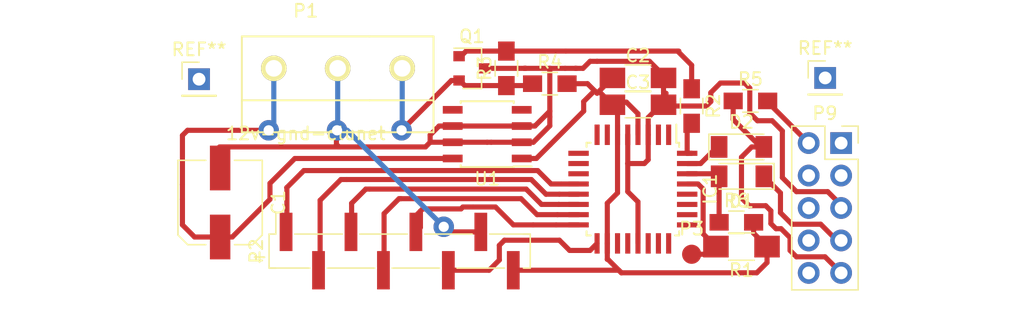
<source format=kicad_pcb>
(kicad_pcb (version 4) (host pcbnew 4.0.4-1.fc25-product)

  (general
    (links 45)
    (no_connects 1)
    (area 68.047618 31.875 148.352383 56.765)
    (thickness 1.6)
    (drawings 7)
    (tracks 240)
    (zones 0)
    (modules 20)
    (nets 41)
  )

  (page A4)
  (layers
    (0 F.Cu signal)
    (31 B.Cu signal)
    (32 B.Adhes user)
    (33 F.Adhes user)
    (34 B.Paste user)
    (35 F.Paste user)
    (36 B.SilkS user)
    (37 F.SilkS user)
    (38 B.Mask user)
    (39 F.Mask user)
    (40 Dwgs.User user)
    (41 Cmts.User user)
    (42 Eco1.User user)
    (43 Eco2.User user)
    (44 Edge.Cuts user)
    (45 Margin user)
    (46 B.CrtYd user)
    (47 F.CrtYd user)
    (48 B.Fab user)
    (49 F.Fab user)
  )

  (setup
    (last_trace_width 0.4)
    (trace_clearance 0.2)
    (zone_clearance 0.508)
    (zone_45_only no)
    (trace_min 0.2)
    (segment_width 0.2)
    (edge_width 0.15)
    (via_size 1.6)
    (via_drill 0.8)
    (via_min_size 0.4)
    (via_min_drill 0.3)
    (uvia_size 0.3)
    (uvia_drill 0.1)
    (uvias_allowed no)
    (uvia_min_size 0.2)
    (uvia_min_drill 0.1)
    (pcb_text_width 0.3)
    (pcb_text_size 1.5 1.5)
    (mod_edge_width 0.15)
    (mod_text_size 1 1)
    (mod_text_width 0.15)
    (pad_size 1.524 1.524)
    (pad_drill 0.762)
    (pad_to_mask_clearance 0.2)
    (aux_axis_origin 0 0)
    (visible_elements FFFFFF7F)
    (pcbplotparams
      (layerselection 0x00030_80000001)
      (usegerberextensions false)
      (excludeedgelayer true)
      (linewidth 0.100000)
      (plotframeref false)
      (viasonmask false)
      (mode 1)
      (useauxorigin false)
      (hpglpennumber 1)
      (hpglpenspeed 20)
      (hpglpendiameter 15)
      (hpglpenoverlay 2)
      (psnegative false)
      (psa4output false)
      (plotreference true)
      (plotvalue true)
      (plotinvisibletext false)
      (padsonsilk false)
      (subtractmaskfromsilk false)
      (outputformat 1)
      (mirror false)
      (drillshape 1)
      (scaleselection 1)
      (outputdirectory ""))
  )

  (net 0 "")
  (net 1 +12V)
  (net 2 GND)
  (net 3 +5V)
  (net 4 /rpi_tx)
  (net 5 /mc_rx)
  (net 6 /mc_tx)
  (net 7 /rpi_rx)
  (net 8 /PD3)
  (net 9 /PD4)
  (net 10 /PB6)
  (net 11 /PB7)
  (net 12 /PD5)
  (net 13 /PD6)
  (net 14 /PD7)
  (net 15 /PB0)
  (net 16 /PB1)
  (net 17 /PB2)
  (net 18 "Net-(IC1-Pad15)")
  (net 19 "Net-(IC1-Pad16)")
  (net 20 "Net-(IC1-Pad17)")
  (net 21 "Net-(IC1-Pad19)")
  (net 22 "Net-(IC1-Pad20)")
  (net 23 "Net-(IC1-Pad22)")
  (net 24 /PC0)
  (net 25 /PC1)
  (net 26 /PC2)
  (net 27 /PC3)
  (net 28 /PC4)
  (net 29 /PC5)
  (net 30 "Net-(IC1-Pad29)")
  (net 31 "Net-(IC1-Pad32)")
  (net 32 /clunet)
  (net 33 /RPI_5V)
  (net 34 +3V3)
  (net 35 "Net-(P9-Pad3)")
  (net 36 "Net-(Q1-Pad1)")
  (net 37 "Net-(P9-Pad4)")
  (net 38 "Net-(P9-Pad6)")
  (net 39 "Net-(P9-Pad8)")
  (net 40 "Net-(P9-Pad10)")

  (net_class Default "Это класс цепей по умолчанию."
    (clearance 0.2)
    (trace_width 0.4)
    (via_dia 1.6)
    (via_drill 0.8)
    (uvia_dia 0.3)
    (uvia_drill 0.1)
    (add_net +12V)
    (add_net +3V3)
    (add_net +5V)
    (add_net /PB0)
    (add_net /PB1)
    (add_net /PB2)
    (add_net /PB6)
    (add_net /PB7)
    (add_net /PC0)
    (add_net /PC1)
    (add_net /PC2)
    (add_net /PC3)
    (add_net /PC4)
    (add_net /PC5)
    (add_net /PD3)
    (add_net /PD4)
    (add_net /PD5)
    (add_net /PD6)
    (add_net /PD7)
    (add_net /RPI_5V)
    (add_net /clunet)
    (add_net /mc_rx)
    (add_net /mc_tx)
    (add_net /rpi_rx)
    (add_net /rpi_tx)
    (add_net GND)
    (add_net "Net-(IC1-Pad15)")
    (add_net "Net-(IC1-Pad16)")
    (add_net "Net-(IC1-Pad17)")
    (add_net "Net-(IC1-Pad19)")
    (add_net "Net-(IC1-Pad20)")
    (add_net "Net-(IC1-Pad22)")
    (add_net "Net-(IC1-Pad29)")
    (add_net "Net-(IC1-Pad32)")
    (add_net "Net-(P9-Pad10)")
    (add_net "Net-(P9-Pad3)")
    (add_net "Net-(P9-Pad4)")
    (add_net "Net-(P9-Pad6)")
    (add_net "Net-(P9-Pad8)")
    (add_net "Net-(Q1-Pad1)")
  )

  (module Capacitors_SMD:C_1206_HandSoldering (layer F.Cu) (tedit 58AA84D1) (tstamp 58D95E33)
    (at 118.05 40.2)
    (descr "Capacitor SMD 1206, hand soldering")
    (tags "capacitor 1206")
    (path /58D94D08)
    (attr smd)
    (fp_text reference C3 (at 0 -1.75) (layer F.SilkS)
      (effects (font (size 1 1) (thickness 0.15)))
    )
    (fp_text value C_Small (at 0 2) (layer F.Fab)
      (effects (font (size 1 1) (thickness 0.15)))
    )
    (fp_text user %R (at 0 -1.75) (layer F.Fab)
      (effects (font (size 1 1) (thickness 0.15)))
    )
    (fp_line (start -1.6 0.8) (end -1.6 -0.8) (layer F.Fab) (width 0.1))
    (fp_line (start 1.6 0.8) (end -1.6 0.8) (layer F.Fab) (width 0.1))
    (fp_line (start 1.6 -0.8) (end 1.6 0.8) (layer F.Fab) (width 0.1))
    (fp_line (start -1.6 -0.8) (end 1.6 -0.8) (layer F.Fab) (width 0.1))
    (fp_line (start 1 -1.02) (end -1 -1.02) (layer F.SilkS) (width 0.12))
    (fp_line (start -1 1.02) (end 1 1.02) (layer F.SilkS) (width 0.12))
    (fp_line (start -3.25 -1.05) (end 3.25 -1.05) (layer F.CrtYd) (width 0.05))
    (fp_line (start -3.25 -1.05) (end -3.25 1.05) (layer F.CrtYd) (width 0.05))
    (fp_line (start 3.25 1.05) (end 3.25 -1.05) (layer F.CrtYd) (width 0.05))
    (fp_line (start 3.25 1.05) (end -3.25 1.05) (layer F.CrtYd) (width 0.05))
    (pad 1 smd rect (at -2 0) (size 2 1.6) (layers F.Cu F.Paste F.Mask)
      (net 3 +5V))
    (pad 2 smd rect (at 2 0) (size 2 1.6) (layers F.Cu F.Paste F.Mask)
      (net 2 GND))
    (model Capacitors_SMD.3dshapes/C_1206.wrl
      (at (xyz 0 0 0))
      (scale (xyz 1 1 1))
      (rotate (xyz 0 0 0))
    )
  )

  (module tqfp:TQFP-32_7x7mm_Pitch0.8mm-LUT-pls (layer F.Cu) (tedit 58BB2047) (tstamp 58D95E63)
    (at 117.65 46.8 270)
    (descr "32-Lead Plastic Thin Quad Flatpack (PT) - 7x7x1.0 mm Body, 2.00 mm [TQFP] (see Microchip Packaging Specification 00000049BS.pdf)")
    (tags "QFP 0.8")
    (path /58D941D5)
    (attr smd)
    (fp_text reference IC1 (at 0 -6.05 270) (layer F.SilkS)
      (effects (font (size 1 1) (thickness 0.15)))
    )
    (fp_text value ATMEGA8A-A (at 0 6.05 270) (layer F.Fab)
      (effects (font (size 1 1) (thickness 0.15)))
    )
    (fp_text user %R (at 0 0 270) (layer F.Fab)
      (effects (font (size 1 1) (thickness 0.15)))
    )
    (fp_line (start -2.5 -3.5) (end 3.5 -3.5) (layer F.Fab) (width 0.15))
    (fp_line (start 3.5 -3.5) (end 3.5 3.5) (layer F.Fab) (width 0.15))
    (fp_line (start 3.5 3.5) (end -3.5 3.5) (layer F.Fab) (width 0.15))
    (fp_line (start -3.5 3.5) (end -3.5 -2.5) (layer F.Fab) (width 0.15))
    (fp_line (start -3.5 -2.5) (end -2.5 -3.5) (layer F.Fab) (width 0.15))
    (fp_line (start -5.3 -5.3) (end -5.3 5.3) (layer F.CrtYd) (width 0.05))
    (fp_line (start 5.3 -5.3) (end 5.3 5.3) (layer F.CrtYd) (width 0.05))
    (fp_line (start -5.3 -5.3) (end 5.3 -5.3) (layer F.CrtYd) (width 0.05))
    (fp_line (start -5.3 5.3) (end 5.3 5.3) (layer F.CrtYd) (width 0.05))
    (fp_line (start -3.625 -3.625) (end -3.625 -3.4) (layer F.SilkS) (width 0.15))
    (fp_line (start 3.625 -3.625) (end 3.625 -3.3) (layer F.SilkS) (width 0.15))
    (fp_line (start 3.625 3.625) (end 3.625 3.3) (layer F.SilkS) (width 0.15))
    (fp_line (start -3.625 3.625) (end -3.625 3.3) (layer F.SilkS) (width 0.15))
    (fp_line (start -3.625 -3.625) (end -3.3 -3.625) (layer F.SilkS) (width 0.15))
    (fp_line (start -3.625 3.625) (end -3.3 3.625) (layer F.SilkS) (width 0.15))
    (fp_line (start 3.625 3.625) (end 3.3 3.625) (layer F.SilkS) (width 0.15))
    (fp_line (start 3.625 -3.625) (end 3.3 -3.625) (layer F.SilkS) (width 0.15))
    (fp_line (start -3.625 -3.4) (end -5.05 -3.4) (layer F.SilkS) (width 0.15))
    (pad 1 smd rect (at -4.25 -2.8 270) (size 1.6 0.4) (layers F.Cu F.Paste F.Mask)
      (net 8 /PD3))
    (pad 2 smd rect (at -4.25 -2 270) (size 1.6 0.4) (layers F.Cu F.Paste F.Mask)
      (net 9 /PD4))
    (pad 3 smd rect (at -4.25 -1.2 270) (size 1.6 0.4) (layers F.Cu F.Paste F.Mask)
      (net 2 GND))
    (pad 4 smd rect (at -4.25 -0.4 270) (size 1.6 0.4) (layers F.Cu F.Paste F.Mask)
      (net 3 +5V))
    (pad 5 smd rect (at -4.25 0.4 270) (size 1.6 0.4) (layers F.Cu F.Paste F.Mask)
      (net 2 GND))
    (pad 6 smd rect (at -4.25 1.2 270) (size 1.6 0.4) (layers F.Cu F.Paste F.Mask)
      (net 3 +5V))
    (pad 7 smd rect (at -4.25 2 270) (size 1.6 0.4) (layers F.Cu F.Paste F.Mask)
      (net 10 /PB6))
    (pad 8 smd rect (at -4.25 2.8 270) (size 1.6 0.4) (layers F.Cu F.Paste F.Mask)
      (net 11 /PB7))
    (pad 9 smd rect (at -2.8 4.25) (size 1.6 0.4) (layers F.Cu F.Paste F.Mask)
      (net 12 /PD5))
    (pad 10 smd rect (at -2 4.25) (size 1.6 0.4) (layers F.Cu F.Paste F.Mask)
      (net 13 /PD6))
    (pad 11 smd rect (at -1.2 4.25) (size 1.6 0.4) (layers F.Cu F.Paste F.Mask)
      (net 14 /PD7))
    (pad 12 smd rect (at -0.4 4.25) (size 1.6 0.4) (layers F.Cu F.Paste F.Mask)
      (net 15 /PB0))
    (pad 13 smd rect (at 0.4 4.25) (size 1.6 0.4) (layers F.Cu F.Paste F.Mask)
      (net 16 /PB1))
    (pad 14 smd rect (at 1.2 4.25) (size 1.6 0.4) (layers F.Cu F.Paste F.Mask)
      (net 17 /PB2))
    (pad 15 smd rect (at 2 4.25) (size 1.6 0.4) (layers F.Cu F.Paste F.Mask)
      (net 18 "Net-(IC1-Pad15)"))
    (pad 16 smd rect (at 2.8 4.25) (size 1.6 0.4) (layers F.Cu F.Paste F.Mask)
      (net 19 "Net-(IC1-Pad16)"))
    (pad 17 smd rect (at 4.25 2.8 270) (size 1.6 0.4) (layers F.Cu F.Paste F.Mask)
      (net 20 "Net-(IC1-Pad17)"))
    (pad 18 smd rect (at 4.25 2 270) (size 1.6 0.4) (layers F.Cu F.Paste F.Mask)
      (net 3 +5V))
    (pad 19 smd rect (at 4.25 1.2 270) (size 1.6 0.4) (layers F.Cu F.Paste F.Mask)
      (net 21 "Net-(IC1-Pad19)"))
    (pad 20 smd rect (at 4.25 0.4 270) (size 1.6 0.4) (layers F.Cu F.Paste F.Mask)
      (net 22 "Net-(IC1-Pad20)"))
    (pad 21 smd rect (at 4.25 -0.4 270) (size 1.6 0.4) (layers F.Cu F.Paste F.Mask)
      (net 2 GND))
    (pad 22 smd rect (at 4.25 -1.2 270) (size 1.6 0.4) (layers F.Cu F.Paste F.Mask)
      (net 23 "Net-(IC1-Pad22)"))
    (pad 23 smd rect (at 4.25 -2 270) (size 1.6 0.4) (layers F.Cu F.Paste F.Mask)
      (net 24 /PC0))
    (pad 24 smd rect (at 4.25 -2.8 270) (size 1.6 0.4) (layers F.Cu F.Paste F.Mask)
      (net 25 /PC1))
    (pad 25 smd rect (at 2.8 -4.25) (size 1.6 0.4) (layers F.Cu F.Paste F.Mask)
      (net 26 /PC2))
    (pad 26 smd rect (at 2 -4.25) (size 1.6 0.4) (layers F.Cu F.Paste F.Mask)
      (net 27 /PC3))
    (pad 27 smd rect (at 1.2 -4.25) (size 1.6 0.4) (layers F.Cu F.Paste F.Mask)
      (net 28 /PC4))
    (pad 28 smd rect (at 0.4 -4.25) (size 1.6 0.4) (layers F.Cu F.Paste F.Mask)
      (net 29 /PC5))
    (pad 29 smd rect (at -0.4 -4.25) (size 1.6 0.4) (layers F.Cu F.Paste F.Mask)
      (net 30 "Net-(IC1-Pad29)"))
    (pad 30 smd rect (at -1.2 -4.25) (size 1.6 0.4) (layers F.Cu F.Paste F.Mask)
      (net 5 /mc_rx))
    (pad 31 smd rect (at -2 -4.25) (size 1.6 0.4) (layers F.Cu F.Paste F.Mask)
      (net 6 /mc_tx))
    (pad 32 smd rect (at -2.8 -4.25) (size 1.6 0.4) (layers F.Cu F.Paste F.Mask)
      (net 31 "Net-(IC1-Pad32)"))
    (model Housings_QFP.3dshapes/TQFP-32_7x7mm_Pitch0.8mm.wrl
      (at (xyz 0 0 0))
      (scale (xyz 1 1 1))
      (rotate (xyz 0 0 0))
    )
  )

  (module tqfp:DG301-5.0-3x (layer F.Cu) (tedit 58B9BEF3) (tstamp 58D95E6A)
    (at 92.05 37.35)
    (descr http://www.tme.eu/en/Document/72ad9f371bb0c16572574ac47903b3a1/DG301-5.0.pdf)
    (path /58D95336)
    (fp_text reference P1 (at 0 -4.5) (layer F.SilkS)
      (effects (font (size 1 1) (thickness 0.15)))
    )
    (fp_text value 12v-gnd-clunet (at 0 5.1) (layer F.SilkS)
      (effects (font (size 1 1) (thickness 0.15)))
    )
    (fp_line (start 5 2.5) (end 10 2.5) (layer F.SilkS) (width 0.15))
    (fp_line (start 10 5) (end 5 5) (layer F.SilkS) (width 0.15))
    (fp_line (start 5 -2.5) (end 10 -2.5) (layer F.SilkS) (width 0.15))
    (fp_circle (center 7.55 0) (end 9.05 0) (layer Dwgs.User) (width 0.15))
    (fp_line (start 6.05 -0.5) (end 9.05 -0.5) (layer Dwgs.User) (width 0.15))
    (fp_line (start 9.05 0.5) (end 6.05 0.5) (layer Dwgs.User) (width 0.15))
    (fp_line (start 5 2.5) (end -5 2.5) (layer F.SilkS) (width 0.15))
    (fp_line (start -4 0.5) (end -1 0.5) (layer Dwgs.User) (width 0.15))
    (fp_line (start -1 -0.5) (end -4 -0.5) (layer Dwgs.User) (width 0.15))
    (fp_line (start 4 0.5) (end 1 0.5) (layer Dwgs.User) (width 0.15))
    (fp_line (start 1 -0.5) (end 4 -0.5) (layer Dwgs.User) (width 0.15))
    (fp_circle (center -2.5 0) (end -1 0) (layer Dwgs.User) (width 0.15))
    (fp_circle (center 2.5 0) (end 4 0) (layer Dwgs.User) (width 0.15))
    (fp_line (start -5 5) (end -5 -2.5) (layer F.SilkS) (width 0.15))
    (fp_line (start -5 -2.5) (end 5 -2.5) (layer F.SilkS) (width 0.15))
    (fp_line (start 10 -2.5) (end 10 5) (layer F.SilkS) (width 0.15))
    (fp_line (start 5 5) (end -5 5) (layer F.SilkS) (width 0.15))
    (pad 3 thru_hole circle (at 7.55 0) (size 2 2) (drill 1.3) (layers *.Cu *.Mask F.SilkS)
      (net 32 /clunet))
    (pad 1 thru_hole circle (at -2.5 0) (size 2 2) (drill 1.3) (layers *.Cu *.Mask F.SilkS)
      (net 1 +12V))
    (pad 2 thru_hole circle (at 2.5 0) (size 2 2) (drill 1.3) (layers *.Cu *.Mask F.SilkS)
      (net 2 GND))
  )

  (module Socket_Strips:Socket_Strip_Straight_2x05_Pitch2.54mm (layer F.Cu) (tedit 58CD5448) (tstamp 58D95E9D)
    (at 133.95 43.2)
    (descr "Through hole straight socket strip, 2x05, 2.54mm pitch, double rows")
    (tags "Through hole socket strip THT 2x05 2.54mm double row")
    (path /58D986BA)
    (fp_text reference P9 (at -1.27 -2.33) (layer F.SilkS)
      (effects (font (size 1 1) (thickness 0.15)))
    )
    (fp_text value CON_RPI_1-10 (at -1.27 12.49) (layer F.Fab)
      (effects (font (size 1 1) (thickness 0.15)))
    )
    (fp_line (start -3.81 -1.27) (end -3.81 11.43) (layer F.Fab) (width 0.1))
    (fp_line (start -3.81 11.43) (end 1.27 11.43) (layer F.Fab) (width 0.1))
    (fp_line (start 1.27 11.43) (end 1.27 -1.27) (layer F.Fab) (width 0.1))
    (fp_line (start 1.27 -1.27) (end -3.81 -1.27) (layer F.Fab) (width 0.1))
    (fp_line (start 1.33 1.27) (end 1.33 11.49) (layer F.SilkS) (width 0.12))
    (fp_line (start 1.33 11.49) (end -3.87 11.49) (layer F.SilkS) (width 0.12))
    (fp_line (start -3.87 11.49) (end -3.87 -1.33) (layer F.SilkS) (width 0.12))
    (fp_line (start -3.87 -1.33) (end -1.27 -1.33) (layer F.SilkS) (width 0.12))
    (fp_line (start -1.27 -1.33) (end -1.27 1.27) (layer F.SilkS) (width 0.12))
    (fp_line (start -1.27 1.27) (end 1.33 1.27) (layer F.SilkS) (width 0.12))
    (fp_line (start 1.33 0) (end 1.33 -1.33) (layer F.SilkS) (width 0.12))
    (fp_line (start 1.33 -1.33) (end 0.06 -1.33) (layer F.SilkS) (width 0.12))
    (fp_line (start -4.35 -1.8) (end -4.35 11.95) (layer F.CrtYd) (width 0.05))
    (fp_line (start -4.35 11.95) (end 1.8 11.95) (layer F.CrtYd) (width 0.05))
    (fp_line (start 1.8 11.95) (end 1.8 -1.8) (layer F.CrtYd) (width 0.05))
    (fp_line (start 1.8 -1.8) (end -4.35 -1.8) (layer F.CrtYd) (width 0.05))
    (fp_text user %R (at -1.27 -2.33) (layer F.Fab)
      (effects (font (size 1 1) (thickness 0.15)))
    )
    (pad 1 thru_hole rect (at 0 0) (size 1.7 1.7) (drill 1) (layers *.Cu *.Mask)
      (net 33 /RPI_5V))
    (pad 2 thru_hole oval (at -2.54 0) (size 1.7 1.7) (drill 1) (layers *.Cu *.Mask)
      (net 34 +3V3))
    (pad 3 thru_hole oval (at 0 2.54) (size 1.7 1.7) (drill 1) (layers *.Cu *.Mask)
      (net 35 "Net-(P9-Pad3)"))
    (pad 4 thru_hole oval (at -2.54 2.54) (size 1.7 1.7) (drill 1) (layers *.Cu *.Mask)
      (net 37 "Net-(P9-Pad4)"))
    (pad 5 thru_hole oval (at 0 5.08) (size 1.7 1.7) (drill 1) (layers *.Cu *.Mask)
      (net 2 GND))
    (pad 6 thru_hole oval (at -2.54 5.08) (size 1.7 1.7) (drill 1) (layers *.Cu *.Mask)
      (net 38 "Net-(P9-Pad6)"))
    (pad 7 thru_hole oval (at 0 7.62) (size 1.7 1.7) (drill 1) (layers *.Cu *.Mask)
      (net 4 /rpi_tx))
    (pad 8 thru_hole oval (at -2.54 7.62) (size 1.7 1.7) (drill 1) (layers *.Cu *.Mask)
      (net 39 "Net-(P9-Pad8)"))
    (pad 9 thru_hole oval (at 0 10.16) (size 1.7 1.7) (drill 1) (layers *.Cu *.Mask)
      (net 7 /rpi_rx))
    (pad 10 thru_hole oval (at -2.54 10.16) (size 1.7 1.7) (drill 1) (layers *.Cu *.Mask)
      (net 40 "Net-(P9-Pad10)"))
    (model ${KISYS3DMOD}/Socket_Strips.3dshapes/Socket_Strip_Straight_2x05_Pitch2.54mm.wrl
      (at (xyz -0.05 -0.2 0))
      (scale (xyz 1 1 1))
      (rotate (xyz 0 0 270))
    )
  )

  (module TO_SOT_Packages_SMD:SOT-23 (layer F.Cu) (tedit 58CE4E7E) (tstamp 58D95EA4)
    (at 105.05 37.35)
    (descr "SOT-23, Standard")
    (tags SOT-23)
    (path /58D94405)
    (attr smd)
    (fp_text reference Q1 (at 0 -2.5) (layer F.SilkS)
      (effects (font (size 1 1) (thickness 0.15)))
    )
    (fp_text value BC858 (at 0 2.5) (layer F.Fab)
      (effects (font (size 1 1) (thickness 0.15)))
    )
    (fp_text user %R (at 0 0) (layer F.Fab)
      (effects (font (size 0.5 0.5) (thickness 0.075)))
    )
    (fp_line (start -0.7 -0.95) (end -0.7 1.5) (layer F.Fab) (width 0.1))
    (fp_line (start -0.15 -1.52) (end 0.7 -1.52) (layer F.Fab) (width 0.1))
    (fp_line (start -0.7 -0.95) (end -0.15 -1.52) (layer F.Fab) (width 0.1))
    (fp_line (start 0.7 -1.52) (end 0.7 1.52) (layer F.Fab) (width 0.1))
    (fp_line (start -0.7 1.52) (end 0.7 1.52) (layer F.Fab) (width 0.1))
    (fp_line (start 0.76 1.58) (end 0.76 0.65) (layer F.SilkS) (width 0.12))
    (fp_line (start 0.76 -1.58) (end 0.76 -0.65) (layer F.SilkS) (width 0.12))
    (fp_line (start -1.7 -1.75) (end 1.7 -1.75) (layer F.CrtYd) (width 0.05))
    (fp_line (start 1.7 -1.75) (end 1.7 1.75) (layer F.CrtYd) (width 0.05))
    (fp_line (start 1.7 1.75) (end -1.7 1.75) (layer F.CrtYd) (width 0.05))
    (fp_line (start -1.7 1.75) (end -1.7 -1.75) (layer F.CrtYd) (width 0.05))
    (fp_line (start 0.76 -1.58) (end -1.4 -1.58) (layer F.SilkS) (width 0.12))
    (fp_line (start 0.76 1.58) (end -0.7 1.58) (layer F.SilkS) (width 0.12))
    (pad 1 smd rect (at -1 -0.95) (size 0.9 0.8) (layers F.Cu F.Paste F.Mask)
      (net 36 "Net-(Q1-Pad1)"))
    (pad 2 smd rect (at -1 0.95) (size 0.9 0.8) (layers F.Cu F.Paste F.Mask)
      (net 32 /clunet))
    (pad 3 smd rect (at 1 0) (size 0.9 0.8) (layers F.Cu F.Paste F.Mask)
      (net 2 GND))
    (model ${KISYS3DMOD}/TO_SOT_Packages_SMD.3dshapes/SOT-23.wrl
      (at (xyz 0 0 0))
      (scale (xyz 1 1 1))
      (rotate (xyz 0 0 0))
    )
  )

  (module Resistors_SMD:R_1206_HandSoldering (layer F.Cu) (tedit 58AADA36) (tstamp 58D95EAA)
    (at 126.15 51.3 180)
    (descr "Resistor SMD 1206, hand soldering")
    (tags "resistor 1206")
    (path /58D958F5)
    (attr smd)
    (fp_text reference R1 (at 0 -1.85 180) (layer F.SilkS)
      (effects (font (size 1 1) (thickness 0.15)))
    )
    (fp_text value 1.5K (at 0 1.9 180) (layer F.Fab)
      (effects (font (size 1 1) (thickness 0.15)))
    )
    (fp_text user %R (at 0 -1.85 180) (layer F.Fab)
      (effects (font (size 1 1) (thickness 0.15)))
    )
    (fp_line (start -1.6 0.8) (end -1.6 -0.8) (layer F.Fab) (width 0.1))
    (fp_line (start 1.6 0.8) (end -1.6 0.8) (layer F.Fab) (width 0.1))
    (fp_line (start 1.6 -0.8) (end 1.6 0.8) (layer F.Fab) (width 0.1))
    (fp_line (start -1.6 -0.8) (end 1.6 -0.8) (layer F.Fab) (width 0.1))
    (fp_line (start 1 1.07) (end -1 1.07) (layer F.SilkS) (width 0.12))
    (fp_line (start -1 -1.07) (end 1 -1.07) (layer F.SilkS) (width 0.12))
    (fp_line (start -3.25 -1.11) (end 3.25 -1.11) (layer F.CrtYd) (width 0.05))
    (fp_line (start -3.25 -1.11) (end -3.25 1.1) (layer F.CrtYd) (width 0.05))
    (fp_line (start 3.25 1.1) (end 3.25 -1.11) (layer F.CrtYd) (width 0.05))
    (fp_line (start 3.25 1.1) (end -3.25 1.1) (layer F.CrtYd) (width 0.05))
    (pad 1 smd rect (at -2 0 180) (size 2 1.7) (layers F.Cu F.Paste F.Mask)
      (net 3 +5V))
    (pad 2 smd rect (at 2 0 180) (size 2 1.7) (layers F.Cu F.Paste F.Mask)
      (net 30 "Net-(IC1-Pad29)"))
    (model Resistors_SMD.3dshapes/R_1206.wrl
      (at (xyz 0 0 0))
      (scale (xyz 1 1 1))
      (rotate (xyz 0 0 0))
    )
  )

  (module Resistors_SMD:R_0805_HandSoldering (layer F.Cu) (tedit 58AADA1D) (tstamp 58D95EB0)
    (at 122.25 40.3 270)
    (descr "Resistor SMD 0805, hand soldering")
    (tags "resistor 0805")
    (path /58D9435D)
    (attr smd)
    (fp_text reference R2 (at 0 -1.7 270) (layer F.SilkS)
      (effects (font (size 1 1) (thickness 0.15)))
    )
    (fp_text value 2.2K (at 0 1.75 270) (layer F.Fab)
      (effects (font (size 1 1) (thickness 0.15)))
    )
    (fp_text user %R (at 0 -1.7 270) (layer F.Fab)
      (effects (font (size 1 1) (thickness 0.15)))
    )
    (fp_line (start -1 0.62) (end -1 -0.62) (layer F.Fab) (width 0.1))
    (fp_line (start 1 0.62) (end -1 0.62) (layer F.Fab) (width 0.1))
    (fp_line (start 1 -0.62) (end 1 0.62) (layer F.Fab) (width 0.1))
    (fp_line (start -1 -0.62) (end 1 -0.62) (layer F.Fab) (width 0.1))
    (fp_line (start 0.6 0.88) (end -0.6 0.88) (layer F.SilkS) (width 0.12))
    (fp_line (start -0.6 -0.88) (end 0.6 -0.88) (layer F.SilkS) (width 0.12))
    (fp_line (start -2.35 -0.9) (end 2.35 -0.9) (layer F.CrtYd) (width 0.05))
    (fp_line (start -2.35 -0.9) (end -2.35 0.9) (layer F.CrtYd) (width 0.05))
    (fp_line (start 2.35 0.9) (end 2.35 -0.9) (layer F.CrtYd) (width 0.05))
    (fp_line (start 2.35 0.9) (end -2.35 0.9) (layer F.CrtYd) (width 0.05))
    (pad 1 smd rect (at -1.35 0 270) (size 1.5 1.3) (layers F.Cu F.Paste F.Mask)
      (net 36 "Net-(Q1-Pad1)"))
    (pad 2 smd rect (at 1.35 0 270) (size 1.5 1.3) (layers F.Cu F.Paste F.Mask)
      (net 31 "Net-(IC1-Pad32)"))
    (model Resistors_SMD.3dshapes/R_0805.wrl
      (at (xyz 0 0 0))
      (scale (xyz 1 1 1))
      (rotate (xyz 0 0 0))
    )
  )

  (module Resistors_SMD:R_0805_HandSoldering (layer F.Cu) (tedit 58AADA1D) (tstamp 58D95EB6)
    (at 107.75 37.35 90)
    (descr "Resistor SMD 0805, hand soldering")
    (tags "resistor 0805")
    (path /58D9447D)
    (attr smd)
    (fp_text reference R3 (at 0 -1.7 90) (layer F.SilkS)
      (effects (font (size 1 1) (thickness 0.15)))
    )
    (fp_text value 22K (at 0 1.75 90) (layer F.Fab)
      (effects (font (size 1 1) (thickness 0.15)))
    )
    (fp_text user %R (at 0 -1.7 90) (layer F.Fab)
      (effects (font (size 1 1) (thickness 0.15)))
    )
    (fp_line (start -1 0.62) (end -1 -0.62) (layer F.Fab) (width 0.1))
    (fp_line (start 1 0.62) (end -1 0.62) (layer F.Fab) (width 0.1))
    (fp_line (start 1 -0.62) (end 1 0.62) (layer F.Fab) (width 0.1))
    (fp_line (start -1 -0.62) (end 1 -0.62) (layer F.Fab) (width 0.1))
    (fp_line (start 0.6 0.88) (end -0.6 0.88) (layer F.SilkS) (width 0.12))
    (fp_line (start -0.6 -0.88) (end 0.6 -0.88) (layer F.SilkS) (width 0.12))
    (fp_line (start -2.35 -0.9) (end 2.35 -0.9) (layer F.CrtYd) (width 0.05))
    (fp_line (start -2.35 -0.9) (end -2.35 0.9) (layer F.CrtYd) (width 0.05))
    (fp_line (start 2.35 0.9) (end 2.35 -0.9) (layer F.CrtYd) (width 0.05))
    (fp_line (start 2.35 0.9) (end -2.35 0.9) (layer F.CrtYd) (width 0.05))
    (pad 1 smd rect (at -1.35 0 90) (size 1.5 1.3) (layers F.Cu F.Paste F.Mask)
      (net 32 /clunet))
    (pad 2 smd rect (at 1.35 0 90) (size 1.5 1.3) (layers F.Cu F.Paste F.Mask)
      (net 36 "Net-(Q1-Pad1)"))
    (model Resistors_SMD.3dshapes/R_0805.wrl
      (at (xyz 0 0 0))
      (scale (xyz 1 1 1))
      (rotate (xyz 0 0 0))
    )
  )

  (module Resistors_SMD:R_0805_HandSoldering (layer F.Cu) (tedit 58AADA1D) (tstamp 58D95EBC)
    (at 111.15 38.55)
    (descr "Resistor SMD 0805, hand soldering")
    (tags "resistor 0805")
    (path /58D944D5)
    (attr smd)
    (fp_text reference R4 (at 0 -1.7) (layer F.SilkS)
      (effects (font (size 1 1) (thickness 0.15)))
    )
    (fp_text value 22K (at 0 1.75) (layer F.Fab)
      (effects (font (size 1 1) (thickness 0.15)))
    )
    (fp_text user %R (at 0 -1.7) (layer F.Fab)
      (effects (font (size 1 1) (thickness 0.15)))
    )
    (fp_line (start -1 0.62) (end -1 -0.62) (layer F.Fab) (width 0.1))
    (fp_line (start 1 0.62) (end -1 0.62) (layer F.Fab) (width 0.1))
    (fp_line (start 1 -0.62) (end 1 0.62) (layer F.Fab) (width 0.1))
    (fp_line (start -1 -0.62) (end 1 -0.62) (layer F.Fab) (width 0.1))
    (fp_line (start 0.6 0.88) (end -0.6 0.88) (layer F.SilkS) (width 0.12))
    (fp_line (start -0.6 -0.88) (end 0.6 -0.88) (layer F.SilkS) (width 0.12))
    (fp_line (start -2.35 -0.9) (end 2.35 -0.9) (layer F.CrtYd) (width 0.05))
    (fp_line (start -2.35 -0.9) (end -2.35 0.9) (layer F.CrtYd) (width 0.05))
    (fp_line (start 2.35 0.9) (end 2.35 -0.9) (layer F.CrtYd) (width 0.05))
    (fp_line (start 2.35 0.9) (end -2.35 0.9) (layer F.CrtYd) (width 0.05))
    (pad 1 smd rect (at -1.35 0) (size 1.5 1.3) (layers F.Cu F.Paste F.Mask)
      (net 32 /clunet))
    (pad 2 smd rect (at 1.35 0) (size 1.5 1.3) (layers F.Cu F.Paste F.Mask)
      (net 3 +5V))
    (model Resistors_SMD.3dshapes/R_0805.wrl
      (at (xyz 0 0 0))
      (scale (xyz 1 1 1))
      (rotate (xyz 0 0 0))
    )
  )

  (module Resistors_SMD:R_0805_HandSoldering (layer F.Cu) (tedit 58AADA1D) (tstamp 58D95EC2)
    (at 126.85 39.9)
    (descr "Resistor SMD 0805, hand soldering")
    (tags "resistor 0805")
    (path /58D97595)
    (attr smd)
    (fp_text reference R5 (at 0 -1.7) (layer F.SilkS)
      (effects (font (size 1 1) (thickness 0.15)))
    )
    (fp_text value 4.7K (at 0 1.75) (layer F.Fab)
      (effects (font (size 1 1) (thickness 0.15)))
    )
    (fp_text user %R (at 0 -1.7) (layer F.Fab)
      (effects (font (size 1 1) (thickness 0.15)))
    )
    (fp_line (start -1 0.62) (end -1 -0.62) (layer F.Fab) (width 0.1))
    (fp_line (start 1 0.62) (end -1 0.62) (layer F.Fab) (width 0.1))
    (fp_line (start 1 -0.62) (end 1 0.62) (layer F.Fab) (width 0.1))
    (fp_line (start -1 -0.62) (end 1 -0.62) (layer F.Fab) (width 0.1))
    (fp_line (start 0.6 0.88) (end -0.6 0.88) (layer F.SilkS) (width 0.12))
    (fp_line (start -0.6 -0.88) (end 0.6 -0.88) (layer F.SilkS) (width 0.12))
    (fp_line (start -2.35 -0.9) (end 2.35 -0.9) (layer F.CrtYd) (width 0.05))
    (fp_line (start -2.35 -0.9) (end -2.35 0.9) (layer F.CrtYd) (width 0.05))
    (fp_line (start 2.35 0.9) (end 2.35 -0.9) (layer F.CrtYd) (width 0.05))
    (fp_line (start 2.35 0.9) (end -2.35 0.9) (layer F.CrtYd) (width 0.05))
    (pad 1 smd rect (at -1.35 0) (size 1.5 1.3) (layers F.Cu F.Paste F.Mask)
      (net 7 /rpi_rx))
    (pad 2 smd rect (at 1.35 0) (size 1.5 1.3) (layers F.Cu F.Paste F.Mask)
      (net 34 +3V3))
    (model Resistors_SMD.3dshapes/R_0805.wrl
      (at (xyz 0 0 0))
      (scale (xyz 1 1 1))
      (rotate (xyz 0 0 0))
    )
  )

  (module Resistors_SMD:R_0805_HandSoldering (layer F.Cu) (tedit 58AADA1D) (tstamp 58D95EC8)
    (at 125.75 49.4)
    (descr "Resistor SMD 0805, hand soldering")
    (tags "resistor 0805")
    (path /58D972C5)
    (attr smd)
    (fp_text reference R6 (at 0 -1.7) (layer F.SilkS)
      (effects (font (size 1 1) (thickness 0.15)))
    )
    (fp_text value 4.7K (at 0 1.75) (layer F.Fab)
      (effects (font (size 1 1) (thickness 0.15)))
    )
    (fp_text user %R (at 0 -1.7) (layer F.Fab)
      (effects (font (size 1 1) (thickness 0.15)))
    )
    (fp_line (start -1 0.62) (end -1 -0.62) (layer F.Fab) (width 0.1))
    (fp_line (start 1 0.62) (end -1 0.62) (layer F.Fab) (width 0.1))
    (fp_line (start 1 -0.62) (end 1 0.62) (layer F.Fab) (width 0.1))
    (fp_line (start -1 -0.62) (end 1 -0.62) (layer F.Fab) (width 0.1))
    (fp_line (start 0.6 0.88) (end -0.6 0.88) (layer F.SilkS) (width 0.12))
    (fp_line (start -0.6 -0.88) (end 0.6 -0.88) (layer F.SilkS) (width 0.12))
    (fp_line (start -2.35 -0.9) (end 2.35 -0.9) (layer F.CrtYd) (width 0.05))
    (fp_line (start -2.35 -0.9) (end -2.35 0.9) (layer F.CrtYd) (width 0.05))
    (fp_line (start 2.35 0.9) (end 2.35 -0.9) (layer F.CrtYd) (width 0.05))
    (fp_line (start 2.35 0.9) (end -2.35 0.9) (layer F.CrtYd) (width 0.05))
    (pad 1 smd rect (at -1.35 0) (size 1.5 1.3) (layers F.Cu F.Paste F.Mask)
      (net 5 /mc_rx))
    (pad 2 smd rect (at 1.35 0) (size 1.5 1.3) (layers F.Cu F.Paste F.Mask)
      (net 3 +5V))
    (model Resistors_SMD.3dshapes/R_0805.wrl
      (at (xyz 0 0 0))
      (scale (xyz 1 1 1))
      (rotate (xyz 0 0 0))
    )
  )

  (module Housings_SOIC:SOIC-8_3.9x4.9mm_Pitch1.27mm (layer F.Cu) (tedit 58CD0CDA) (tstamp 58D95ED4)
    (at 106.25 42.5 180)
    (descr "8-Lead Plastic Small Outline (SN) - Narrow, 3.90 mm Body [SOIC] (see Microchip Packaging Specification 00000049BS.pdf)")
    (tags "SOIC 1.27")
    (path /58DADD3F)
    (attr smd)
    (fp_text reference U1 (at 0 -3.5 180) (layer F.SilkS)
      (effects (font (size 1 1) (thickness 0.15)))
    )
    (fp_text value MC78L05ACD (at 0 3.5 180) (layer F.Fab)
      (effects (font (size 1 1) (thickness 0.15)))
    )
    (fp_text user %R (at 0 0 180) (layer F.Fab)
      (effects (font (size 1 1) (thickness 0.15)))
    )
    (fp_line (start -0.95 -2.45) (end 1.95 -2.45) (layer F.Fab) (width 0.1))
    (fp_line (start 1.95 -2.45) (end 1.95 2.45) (layer F.Fab) (width 0.1))
    (fp_line (start 1.95 2.45) (end -1.95 2.45) (layer F.Fab) (width 0.1))
    (fp_line (start -1.95 2.45) (end -1.95 -1.45) (layer F.Fab) (width 0.1))
    (fp_line (start -1.95 -1.45) (end -0.95 -2.45) (layer F.Fab) (width 0.1))
    (fp_line (start -3.73 -2.7) (end -3.73 2.7) (layer F.CrtYd) (width 0.05))
    (fp_line (start 3.73 -2.7) (end 3.73 2.7) (layer F.CrtYd) (width 0.05))
    (fp_line (start -3.73 -2.7) (end 3.73 -2.7) (layer F.CrtYd) (width 0.05))
    (fp_line (start -3.73 2.7) (end 3.73 2.7) (layer F.CrtYd) (width 0.05))
    (fp_line (start -2.075 -2.575) (end -2.075 -2.525) (layer F.SilkS) (width 0.15))
    (fp_line (start 2.075 -2.575) (end 2.075 -2.43) (layer F.SilkS) (width 0.15))
    (fp_line (start 2.075 2.575) (end 2.075 2.43) (layer F.SilkS) (width 0.15))
    (fp_line (start -2.075 2.575) (end -2.075 2.43) (layer F.SilkS) (width 0.15))
    (fp_line (start -2.075 -2.575) (end 2.075 -2.575) (layer F.SilkS) (width 0.15))
    (fp_line (start -2.075 2.575) (end 2.075 2.575) (layer F.SilkS) (width 0.15))
    (fp_line (start -2.075 -2.525) (end -3.475 -2.525) (layer F.SilkS) (width 0.15))
    (pad 1 smd rect (at -2.7 -1.905 180) (size 1.55 0.6) (layers F.Cu F.Paste F.Mask)
      (net 3 +5V))
    (pad 2 smd rect (at -2.7 -0.635 180) (size 1.55 0.6) (layers F.Cu F.Paste F.Mask)
      (net 2 GND))
    (pad 3 smd rect (at -2.7 0.635 180) (size 1.55 0.6) (layers F.Cu F.Paste F.Mask)
      (net 2 GND))
    (pad 4 smd rect (at -2.7 1.905 180) (size 1.55 0.6) (layers F.Cu F.Paste F.Mask))
    (pad 5 smd rect (at 2.7 1.905 180) (size 1.55 0.6) (layers F.Cu F.Paste F.Mask))
    (pad 6 smd rect (at 2.7 0.635 180) (size 1.55 0.6) (layers F.Cu F.Paste F.Mask)
      (net 2 GND))
    (pad 7 smd rect (at 2.7 -0.635 180) (size 1.55 0.6) (layers F.Cu F.Paste F.Mask)
      (net 2 GND))
    (pad 8 smd rect (at 2.7 -1.905 180) (size 1.55 0.6) (layers F.Cu F.Paste F.Mask)
      (net 1 +12V))
    (model Housings_SOIC.3dshapes/SOIC-8_3.9x4.9mm_Pitch1.27mm.wrl
      (at (xyz 0 0 0))
      (scale (xyz 1 1 1))
      (rotate (xyz 0 0 0))
    )
  )

  (module Capacitors_SMD:C_1206_HandSoldering (layer F.Cu) (tedit 58AA84D1) (tstamp 58D96E24)
    (at 118.05 38.1)
    (descr "Capacitor SMD 1206, hand soldering")
    (tags "capacitor 1206")
    (path /58D94CB6)
    (attr smd)
    (fp_text reference C2 (at 0 -1.75) (layer F.SilkS)
      (effects (font (size 1 1) (thickness 0.15)))
    )
    (fp_text value 10mkf (at 0 2) (layer F.Fab)
      (effects (font (size 1 1) (thickness 0.15)))
    )
    (fp_text user %R (at 0 -1.75) (layer F.Fab)
      (effects (font (size 1 1) (thickness 0.15)))
    )
    (fp_line (start -1.6 0.8) (end -1.6 -0.8) (layer F.Fab) (width 0.1))
    (fp_line (start 1.6 0.8) (end -1.6 0.8) (layer F.Fab) (width 0.1))
    (fp_line (start 1.6 -0.8) (end 1.6 0.8) (layer F.Fab) (width 0.1))
    (fp_line (start -1.6 -0.8) (end 1.6 -0.8) (layer F.Fab) (width 0.1))
    (fp_line (start 1 -1.02) (end -1 -1.02) (layer F.SilkS) (width 0.12))
    (fp_line (start -1 1.02) (end 1 1.02) (layer F.SilkS) (width 0.12))
    (fp_line (start -3.25 -1.05) (end 3.25 -1.05) (layer F.CrtYd) (width 0.05))
    (fp_line (start -3.25 -1.05) (end -3.25 1.05) (layer F.CrtYd) (width 0.05))
    (fp_line (start 3.25 1.05) (end 3.25 -1.05) (layer F.CrtYd) (width 0.05))
    (fp_line (start 3.25 1.05) (end -3.25 1.05) (layer F.CrtYd) (width 0.05))
    (pad 1 smd rect (at -2 0) (size 2 1.6) (layers F.Cu F.Paste F.Mask)
      (net 3 +5V))
    (pad 2 smd rect (at 2 0) (size 2 1.6) (layers F.Cu F.Paste F.Mask)
      (net 2 GND))
    (model Capacitors_SMD.3dshapes/C_1206.wrl
      (at (xyz 0 0 0))
      (scale (xyz 1 1 1))
      (rotate (xyz 0 0 0))
    )
  )

  (module Diodes_SMD:D_MiniMELF_Standard (layer F.Cu) (tedit 58645909) (tstamp 58D97EC8)
    (at 126.15 45.8 180)
    (descr "Diode Mini-MELF Standard")
    (tags "Diode Mini-MELF Standard")
    (path /58D96E13)
    (attr smd)
    (fp_text reference D1 (at 0 -1.95 180) (layer F.SilkS)
      (effects (font (size 1 1) (thickness 0.15)))
    )
    (fp_text value D (at 0 3.81 180) (layer F.Fab)
      (effects (font (size 1 1) (thickness 0.15)))
    )
    (fp_line (start 1.75 -1) (end -2.55 -1) (layer F.SilkS) (width 0.12))
    (fp_line (start -2.55 -1) (end -2.55 1) (layer F.SilkS) (width 0.12))
    (fp_line (start -2.55 1) (end 1.75 1) (layer F.SilkS) (width 0.12))
    (fp_line (start 1.65 -0.8) (end 1.65 0.8) (layer F.Fab) (width 0.1))
    (fp_line (start 1.65 0.8) (end -1.65 0.8) (layer F.Fab) (width 0.1))
    (fp_line (start -1.65 0.8) (end -1.65 -0.8) (layer F.Fab) (width 0.1))
    (fp_line (start -1.65 -0.8) (end 1.65 -0.8) (layer F.Fab) (width 0.1))
    (fp_line (start 0.25 0) (end 0.75 0) (layer F.Fab) (width 0.1))
    (fp_line (start 0.25 0.4) (end -0.35 0) (layer F.Fab) (width 0.1))
    (fp_line (start 0.25 -0.4) (end 0.25 0.4) (layer F.Fab) (width 0.1))
    (fp_line (start -0.35 0) (end 0.25 -0.4) (layer F.Fab) (width 0.1))
    (fp_line (start -0.35 0) (end -0.35 0.55) (layer F.Fab) (width 0.1))
    (fp_line (start -0.35 0) (end -0.35 -0.55) (layer F.Fab) (width 0.1))
    (fp_line (start -0.75 0) (end -0.35 0) (layer F.Fab) (width 0.1))
    (fp_line (start -2.65 -1.1) (end 2.65 -1.1) (layer F.CrtYd) (width 0.05))
    (fp_line (start 2.65 -1.1) (end 2.65 1.1) (layer F.CrtYd) (width 0.05))
    (fp_line (start 2.65 1.1) (end -2.65 1.1) (layer F.CrtYd) (width 0.05))
    (fp_line (start -2.65 1.1) (end -2.65 -1.1) (layer F.CrtYd) (width 0.05))
    (pad 1 smd rect (at -1.75 0 180) (size 1.3 1.7) (layers F.Cu F.Paste F.Mask)
      (net 4 /rpi_tx))
    (pad 2 smd rect (at 1.75 0 180) (size 1.3 1.7) (layers F.Cu F.Paste F.Mask)
      (net 5 /mc_rx))
    (model Diodes_SMD.3dshapes/D_MiniMELF_Standard.wrl
      (at (xyz 0 0 0))
      (scale (xyz 0.3937 0.3937 0.3937))
      (rotate (xyz 0 0 0))
    )
  )

  (module Diodes_SMD:D_MiniMELF_Standard (layer F.Cu) (tedit 58645909) (tstamp 58D97ECE)
    (at 126.15 43.5)
    (descr "Diode Mini-MELF Standard")
    (tags "Diode Mini-MELF Standard")
    (path /58D96FC3)
    (attr smd)
    (fp_text reference D2 (at 0 -1.95) (layer F.SilkS)
      (effects (font (size 1 1) (thickness 0.15)))
    )
    (fp_text value D (at 0 3.81) (layer F.Fab)
      (effects (font (size 1 1) (thickness 0.15)))
    )
    (fp_line (start 1.75 -1) (end -2.55 -1) (layer F.SilkS) (width 0.12))
    (fp_line (start -2.55 -1) (end -2.55 1) (layer F.SilkS) (width 0.12))
    (fp_line (start -2.55 1) (end 1.75 1) (layer F.SilkS) (width 0.12))
    (fp_line (start 1.65 -0.8) (end 1.65 0.8) (layer F.Fab) (width 0.1))
    (fp_line (start 1.65 0.8) (end -1.65 0.8) (layer F.Fab) (width 0.1))
    (fp_line (start -1.65 0.8) (end -1.65 -0.8) (layer F.Fab) (width 0.1))
    (fp_line (start -1.65 -0.8) (end 1.65 -0.8) (layer F.Fab) (width 0.1))
    (fp_line (start 0.25 0) (end 0.75 0) (layer F.Fab) (width 0.1))
    (fp_line (start 0.25 0.4) (end -0.35 0) (layer F.Fab) (width 0.1))
    (fp_line (start 0.25 -0.4) (end 0.25 0.4) (layer F.Fab) (width 0.1))
    (fp_line (start -0.35 0) (end 0.25 -0.4) (layer F.Fab) (width 0.1))
    (fp_line (start -0.35 0) (end -0.35 0.55) (layer F.Fab) (width 0.1))
    (fp_line (start -0.35 0) (end -0.35 -0.55) (layer F.Fab) (width 0.1))
    (fp_line (start -0.75 0) (end -0.35 0) (layer F.Fab) (width 0.1))
    (fp_line (start -2.65 -1.1) (end 2.65 -1.1) (layer F.CrtYd) (width 0.05))
    (fp_line (start 2.65 -1.1) (end 2.65 1.1) (layer F.CrtYd) (width 0.05))
    (fp_line (start 2.65 1.1) (end -2.65 1.1) (layer F.CrtYd) (width 0.05))
    (fp_line (start -2.65 1.1) (end -2.65 -1.1) (layer F.CrtYd) (width 0.05))
    (pad 1 smd rect (at -1.75 0) (size 1.3 1.7) (layers F.Cu F.Paste F.Mask)
      (net 6 /mc_tx))
    (pad 2 smd rect (at 1.75 0) (size 1.3 1.7) (layers F.Cu F.Paste F.Mask)
      (net 7 /rpi_rx))
    (model Diodes_SMD.3dshapes/D_MiniMELF_Standard.wrl
      (at (xyz 0 0 0))
      (scale (xyz 0.3937 0.3937 0.3937))
      (rotate (xyz 0 0 0))
    )
  )

  (module Measurement_Points:Measurement_Point_Round-SMD-Pad_Small (layer F.Cu) (tedit 56C35ED0) (tstamp 58DBF0B6)
    (at 122.25 51.9)
    (descr "Mesurement Point, Round, SMD Pad, DM 1.5mm,")
    (tags "Mesurement Point Round SMD Pad 1.5mm")
    (path /58D95A95)
    (attr virtual)
    (fp_text reference P3 (at 0 -2) (layer F.SilkS)
      (effects (font (size 1 1) (thickness 0.15)))
    )
    (fp_text value CONN_RST (at 0 2) (layer F.Fab)
      (effects (font (size 1 1) (thickness 0.15)))
    )
    (fp_circle (center 0 0) (end 1 0) (layer F.CrtYd) (width 0.05))
    (pad 1 smd circle (at 0 0) (size 1.5 1.5) (layers F.Cu F.Mask)
      (net 30 "Net-(IC1-Pad29)"))
  )

  (module Pin_Headers:Pin_Header_Straight_1x08_Pitch2.54mm_SMD_Pin1Right (layer F.Cu) (tedit 58CD4EC1) (tstamp 58DBF16B)
    (at 99.4 51.65 90)
    (descr "surface-mounted straight pin header, 1x08, 2.54mm pitch, single row, style 2 (pin 1 right)")
    (tags "Surface mounted pin header SMD 1x08 2.54mm single row style2 pin1 right")
    (path /58DBEC30)
    (attr smd)
    (fp_text reference P2 (at 0 -11.22 90) (layer F.SilkS)
      (effects (font (size 1 1) (thickness 0.15)))
    )
    (fp_text value CONN_01X08 (at 0 11.22 90) (layer F.Fab)
      (effects (font (size 1 1) (thickness 0.15)))
    )
    (fp_line (start -1.27 -10.16) (end -1.27 10.16) (layer F.Fab) (width 0.1))
    (fp_line (start -1.27 10.16) (end 1.27 10.16) (layer F.Fab) (width 0.1))
    (fp_line (start 1.27 10.16) (end 1.27 -10.16) (layer F.Fab) (width 0.1))
    (fp_line (start 1.27 -10.16) (end -1.27 -10.16) (layer F.Fab) (width 0.1))
    (fp_line (start -1.27 -6.67) (end -1.27 -6.03) (layer F.Fab) (width 0.1))
    (fp_line (start -1.27 -6.03) (end -2.65 -6.03) (layer F.Fab) (width 0.1))
    (fp_line (start -2.65 -6.03) (end -2.65 -6.67) (layer F.Fab) (width 0.1))
    (fp_line (start -2.65 -6.67) (end -1.27 -6.67) (layer F.Fab) (width 0.1))
    (fp_line (start -1.27 -1.59) (end -1.27 -0.95) (layer F.Fab) (width 0.1))
    (fp_line (start -1.27 -0.95) (end -2.65 -0.95) (layer F.Fab) (width 0.1))
    (fp_line (start -2.65 -0.95) (end -2.65 -1.59) (layer F.Fab) (width 0.1))
    (fp_line (start -2.65 -1.59) (end -1.27 -1.59) (layer F.Fab) (width 0.1))
    (fp_line (start -1.27 3.49) (end -1.27 4.13) (layer F.Fab) (width 0.1))
    (fp_line (start -1.27 4.13) (end -2.65 4.13) (layer F.Fab) (width 0.1))
    (fp_line (start -2.65 4.13) (end -2.65 3.49) (layer F.Fab) (width 0.1))
    (fp_line (start -2.65 3.49) (end -1.27 3.49) (layer F.Fab) (width 0.1))
    (fp_line (start -1.27 8.57) (end -1.27 9.21) (layer F.Fab) (width 0.1))
    (fp_line (start -1.27 9.21) (end -2.65 9.21) (layer F.Fab) (width 0.1))
    (fp_line (start -2.65 9.21) (end -2.65 8.57) (layer F.Fab) (width 0.1))
    (fp_line (start -2.65 8.57) (end -1.27 8.57) (layer F.Fab) (width 0.1))
    (fp_line (start 1.27 -9.21) (end 1.27 -8.57) (layer F.Fab) (width 0.1))
    (fp_line (start 1.27 -8.57) (end 2.65 -8.57) (layer F.Fab) (width 0.1))
    (fp_line (start 2.65 -8.57) (end 2.65 -9.21) (layer F.Fab) (width 0.1))
    (fp_line (start 2.65 -9.21) (end 1.27 -9.21) (layer F.Fab) (width 0.1))
    (fp_line (start 1.27 -4.13) (end 1.27 -3.49) (layer F.Fab) (width 0.1))
    (fp_line (start 1.27 -3.49) (end 2.65 -3.49) (layer F.Fab) (width 0.1))
    (fp_line (start 2.65 -3.49) (end 2.65 -4.13) (layer F.Fab) (width 0.1))
    (fp_line (start 2.65 -4.13) (end 1.27 -4.13) (layer F.Fab) (width 0.1))
    (fp_line (start 1.27 0.95) (end 1.27 1.59) (layer F.Fab) (width 0.1))
    (fp_line (start 1.27 1.59) (end 2.65 1.59) (layer F.Fab) (width 0.1))
    (fp_line (start 2.65 1.59) (end 2.65 0.95) (layer F.Fab) (width 0.1))
    (fp_line (start 2.65 0.95) (end 1.27 0.95) (layer F.Fab) (width 0.1))
    (fp_line (start 1.27 6.03) (end 1.27 6.67) (layer F.Fab) (width 0.1))
    (fp_line (start 1.27 6.67) (end 2.65 6.67) (layer F.Fab) (width 0.1))
    (fp_line (start 2.65 6.67) (end 2.65 6.03) (layer F.Fab) (width 0.1))
    (fp_line (start 2.65 6.03) (end 1.27 6.03) (layer F.Fab) (width 0.1))
    (fp_line (start -1.33 -9.69) (end -1.33 -10.22) (layer F.SilkS) (width 0.12))
    (fp_line (start -1.33 -10.22) (end 1.33 -10.22) (layer F.SilkS) (width 0.12))
    (fp_line (start 1.33 -10.22) (end 1.33 -9.69) (layer F.SilkS) (width 0.12))
    (fp_line (start -1.33 9.69) (end -1.33 10.22) (layer F.SilkS) (width 0.12))
    (fp_line (start -1.33 10.22) (end 1.33 10.22) (layer F.SilkS) (width 0.12))
    (fp_line (start 1.33 10.22) (end 1.33 9.69) (layer F.SilkS) (width 0.12))
    (fp_line (start 1.33 -8.21) (end 1.33 -4.49) (layer F.SilkS) (width 0.12))
    (fp_line (start 1.33 -3.13) (end 1.33 0.59) (layer F.SilkS) (width 0.12))
    (fp_line (start 1.33 1.95) (end 1.33 5.67) (layer F.SilkS) (width 0.12))
    (fp_line (start 1.33 7.03) (end 1.33 10.22) (layer F.SilkS) (width 0.12))
    (fp_line (start -1.33 -10.22) (end -1.33 -7.03) (layer F.SilkS) (width 0.12))
    (fp_line (start 1.33 -9.69) (end 3 -9.69) (layer F.SilkS) (width 0.12))
    (fp_line (start -1.33 -5.67) (end -1.33 -1.95) (layer F.SilkS) (width 0.12))
    (fp_line (start -1.33 -0.59) (end -1.33 3.13) (layer F.SilkS) (width 0.12))
    (fp_line (start -1.33 4.49) (end -1.33 8.21) (layer F.SilkS) (width 0.12))
    (fp_line (start -3.5 -10.7) (end -3.5 10.7) (layer F.CrtYd) (width 0.05))
    (fp_line (start -3.5 10.7) (end 3.5 10.7) (layer F.CrtYd) (width 0.05))
    (fp_line (start 3.5 10.7) (end 3.5 -10.7) (layer F.CrtYd) (width 0.05))
    (fp_line (start 3.5 -10.7) (end -3.5 -10.7) (layer F.CrtYd) (width 0.05))
    (fp_text user %R (at 0 -11.22 90) (layer F.Fab)
      (effects (font (size 1 1) (thickness 0.15)))
    )
    (pad 2 smd rect (at -1.5 -6.35 90) (size 3 1) (layers F.Cu F.Paste F.Mask)
      (net 16 /PB1))
    (pad 4 smd rect (at -1.5 -1.27 90) (size 3 1) (layers F.Cu F.Paste F.Mask)
      (net 18 "Net-(IC1-Pad15)"))
    (pad 6 smd rect (at -1.5 3.81 90) (size 3 1) (layers F.Cu F.Paste F.Mask)
      (net 20 "Net-(IC1-Pad17)"))
    (pad 8 smd rect (at -1.5 8.89 90) (size 3 1) (layers F.Cu F.Paste F.Mask)
      (net 3 +5V))
    (pad 1 smd rect (at 1.5 -8.89 90) (size 3 1) (layers F.Cu F.Paste F.Mask)
      (net 15 /PB0))
    (pad 3 smd rect (at 1.5 -3.81 90) (size 3 1) (layers F.Cu F.Paste F.Mask)
      (net 17 /PB2))
    (pad 5 smd rect (at 1.5 1.27 90) (size 3 1) (layers F.Cu F.Paste F.Mask)
      (net 19 "Net-(IC1-Pad16)"))
    (pad 7 smd rect (at 1.5 6.35 90) (size 3 1) (layers F.Cu F.Paste F.Mask)
      (net 2 GND))
    (model ${KISYS3DMOD}/Pin_Headers.3dshapes/Pin_Header_Straight_1x08_Pitch2.54mm_SMD_Pin1Right.wrl
      (at (xyz 0 0 0))
      (scale (xyz 1 1 1))
      (rotate (xyz 0 0 0))
    )
  )

  (module Capacitors_SMD:CP_Elec_6.3x5.3 (layer F.Cu) (tedit 58AA8B2D) (tstamp 58DBF437)
    (at 85.35 47.85 90)
    (descr "SMT capacitor, aluminium electrolytic, 6.3x5.3")
    (path /58D94C4D)
    (attr smd)
    (fp_text reference C1 (at 0 4.56 90) (layer F.SilkS)
      (effects (font (size 1 1) (thickness 0.15)))
    )
    (fp_text value 100mkf (at 0 -4.56 90) (layer F.Fab)
      (effects (font (size 1 1) (thickness 0.15)))
    )
    (fp_circle (center 0 0) (end 0.6 3) (layer F.Fab) (width 0.1))
    (fp_text user + (at -1.75 -0.08 90) (layer F.Fab)
      (effects (font (size 1 1) (thickness 0.15)))
    )
    (fp_text user + (at -4.28 3.01 90) (layer F.SilkS)
      (effects (font (size 1 1) (thickness 0.15)))
    )
    (fp_text user %R (at 0 4.56 90) (layer F.Fab)
      (effects (font (size 1 1) (thickness 0.15)))
    )
    (fp_line (start 3.15 3.15) (end 3.15 -3.15) (layer F.Fab) (width 0.1))
    (fp_line (start -2.48 3.15) (end 3.15 3.15) (layer F.Fab) (width 0.1))
    (fp_line (start -3.15 2.48) (end -2.48 3.15) (layer F.Fab) (width 0.1))
    (fp_line (start -3.15 -2.48) (end -3.15 2.48) (layer F.Fab) (width 0.1))
    (fp_line (start -2.48 -3.15) (end -3.15 -2.48) (layer F.Fab) (width 0.1))
    (fp_line (start 3.15 -3.15) (end -2.48 -3.15) (layer F.Fab) (width 0.1))
    (fp_line (start 3.3 3.3) (end 3.3 1.12) (layer F.SilkS) (width 0.12))
    (fp_line (start 3.3 -3.3) (end 3.3 -1.12) (layer F.SilkS) (width 0.12))
    (fp_line (start -3.3 2.54) (end -3.3 1.12) (layer F.SilkS) (width 0.12))
    (fp_line (start -3.3 -2.54) (end -3.3 -1.12) (layer F.SilkS) (width 0.12))
    (fp_line (start 3.3 3.3) (end -2.54 3.3) (layer F.SilkS) (width 0.12))
    (fp_line (start -2.54 3.3) (end -3.3 2.54) (layer F.SilkS) (width 0.12))
    (fp_line (start -3.3 -2.54) (end -2.54 -3.3) (layer F.SilkS) (width 0.12))
    (fp_line (start -2.54 -3.3) (end 3.3 -3.3) (layer F.SilkS) (width 0.12))
    (fp_line (start -4.7 -3.4) (end 4.7 -3.4) (layer F.CrtYd) (width 0.05))
    (fp_line (start -4.7 -3.4) (end -4.7 3.4) (layer F.CrtYd) (width 0.05))
    (fp_line (start 4.7 3.4) (end 4.7 -3.4) (layer F.CrtYd) (width 0.05))
    (fp_line (start 4.7 3.4) (end -4.7 3.4) (layer F.CrtYd) (width 0.05))
    (pad 1 smd rect (at -2.7 0 270) (size 3.5 1.6) (layers F.Cu F.Paste F.Mask)
      (net 1 +12V))
    (pad 2 smd rect (at 2.7 0 270) (size 3.5 1.6) (layers F.Cu F.Paste F.Mask)
      (net 2 GND))
    (model Capacitors_SMD.3dshapes/CP_Elec_6.3x5.3.wrl
      (at (xyz 0 0 0))
      (scale (xyz 1 1 1))
      (rotate (xyz 0 0 180))
    )
  )

  (module Socket_Strips:Socket_Strip_Straight_1x01_Pitch2.54mm (layer F.Cu) (tedit 58CD5446) (tstamp 58DC0BD0)
    (at 83.7 38.2)
    (descr "Through hole straight socket strip, 1x01, 2.54mm pitch, single row")
    (tags "Through hole socket strip THT 1x01 2.54mm single row")
    (fp_text reference REF** (at 0 -2.33) (layer F.SilkS)
      (effects (font (size 1 1) (thickness 0.15)))
    )
    (fp_text value Socket_Strip_Straight_1x01_Pitch2.54mm (at 0 2.33) (layer F.Fab)
      (effects (font (size 1 1) (thickness 0.15)))
    )
    (fp_line (start -1.27 -1.27) (end -1.27 1.27) (layer F.Fab) (width 0.1))
    (fp_line (start -1.27 1.27) (end 1.27 1.27) (layer F.Fab) (width 0.1))
    (fp_line (start 1.27 1.27) (end 1.27 -1.27) (layer F.Fab) (width 0.1))
    (fp_line (start 1.27 -1.27) (end -1.27 -1.27) (layer F.Fab) (width 0.1))
    (fp_line (start -1.33 1.27) (end -1.33 1.33) (layer F.SilkS) (width 0.12))
    (fp_line (start -1.33 1.33) (end 1.33 1.33) (layer F.SilkS) (width 0.12))
    (fp_line (start 1.33 1.33) (end 1.33 1.27) (layer F.SilkS) (width 0.12))
    (fp_line (start 1.33 1.27) (end -1.33 1.27) (layer F.SilkS) (width 0.12))
    (fp_line (start -1.33 0) (end -1.33 -1.33) (layer F.SilkS) (width 0.12))
    (fp_line (start -1.33 -1.33) (end 0 -1.33) (layer F.SilkS) (width 0.12))
    (fp_line (start -1.8 -1.8) (end -1.8 1.8) (layer F.CrtYd) (width 0.05))
    (fp_line (start -1.8 1.8) (end 1.8 1.8) (layer F.CrtYd) (width 0.05))
    (fp_line (start 1.8 1.8) (end 1.8 -1.8) (layer F.CrtYd) (width 0.05))
    (fp_line (start 1.8 -1.8) (end -1.8 -1.8) (layer F.CrtYd) (width 0.05))
    (fp_text user %R (at 0 -2.33) (layer F.Fab)
      (effects (font (size 1 1) (thickness 0.15)))
    )
    (pad 1 thru_hole rect (at 0 0) (size 1.7 1.7) (drill 1) (layers *.Cu *.Mask))
    (model ${KISYS3DMOD}/Socket_Strips.3dshapes/Socket_Strip_Straight_1x01_Pitch2.54mm.wrl
      (at (xyz 0 0 0))
      (scale (xyz 1 1 1))
      (rotate (xyz 0 0 270))
    )
  )

  (module Socket_Strips:Socket_Strip_Straight_1x01_Pitch2.54mm (layer F.Cu) (tedit 58CD5446) (tstamp 58DC0C15)
    (at 132.7 38.1)
    (descr "Through hole straight socket strip, 1x01, 2.54mm pitch, single row")
    (tags "Through hole socket strip THT 1x01 2.54mm single row")
    (fp_text reference REF** (at 0 -2.33) (layer F.SilkS)
      (effects (font (size 1 1) (thickness 0.15)))
    )
    (fp_text value Socket_Strip_Straight_1x01_Pitch2.54mm (at 0 2.33) (layer F.Fab)
      (effects (font (size 1 1) (thickness 0.15)))
    )
    (fp_line (start -1.27 -1.27) (end -1.27 1.27) (layer F.Fab) (width 0.1))
    (fp_line (start -1.27 1.27) (end 1.27 1.27) (layer F.Fab) (width 0.1))
    (fp_line (start 1.27 1.27) (end 1.27 -1.27) (layer F.Fab) (width 0.1))
    (fp_line (start 1.27 -1.27) (end -1.27 -1.27) (layer F.Fab) (width 0.1))
    (fp_line (start -1.33 1.27) (end -1.33 1.33) (layer F.SilkS) (width 0.12))
    (fp_line (start -1.33 1.33) (end 1.33 1.33) (layer F.SilkS) (width 0.12))
    (fp_line (start 1.33 1.33) (end 1.33 1.27) (layer F.SilkS) (width 0.12))
    (fp_line (start 1.33 1.27) (end -1.33 1.27) (layer F.SilkS) (width 0.12))
    (fp_line (start -1.33 0) (end -1.33 -1.33) (layer F.SilkS) (width 0.12))
    (fp_line (start -1.33 -1.33) (end 0 -1.33) (layer F.SilkS) (width 0.12))
    (fp_line (start -1.8 -1.8) (end -1.8 1.8) (layer F.CrtYd) (width 0.05))
    (fp_line (start -1.8 1.8) (end 1.8 1.8) (layer F.CrtYd) (width 0.05))
    (fp_line (start 1.8 1.8) (end 1.8 -1.8) (layer F.CrtYd) (width 0.05))
    (fp_line (start 1.8 -1.8) (end -1.8 -1.8) (layer F.CrtYd) (width 0.05))
    (fp_text user %R (at 0 -2.33) (layer F.Fab)
      (effects (font (size 1 1) (thickness 0.15)))
    )
    (pad 1 thru_hole rect (at 0 0) (size 1.7 1.7) (drill 1) (layers *.Cu *.Mask))
    (model ${KISYS3DMOD}/Socket_Strips.3dshapes/Socket_Strip_Straight_1x01_Pitch2.54mm.wrl
      (at (xyz 0 0 0))
      (scale (xyz 1 1 1))
      (rotate (xyz 0 0 270))
    )
  )

  (gr_line (start 136 34.6) (end 136 55.2) (angle 90) (layer Dwgs.User) (width 0.2))
  (gr_line (start 81 34.6) (end 136 34.6) (angle 90) (layer Dwgs.User) (width 0.2))
  (gr_line (start 81 55.2) (end 81 34.6) (angle 90) (layer Dwgs.User) (width 0.2))
  (gr_line (start 83.6 55.2) (end 81 55.2) (angle 90) (layer Dwgs.User) (width 0.2))
  (gr_line (start 135.9 55.2) (end 83.65 55.2) (angle 90) (layer Dwgs.User) (width 0.2))
  (gr_circle (center 83.65 38.2) (end 85.65 38.2) (layer Dwgs.User) (width 0.2) (tstamp 58DA330D))
  (gr_circle (center 132.65 38.1) (end 134.65 38.1) (layer Dwgs.User) (width 0.2))

  (segment (start 85.35 50.55) (end 83.35 50.55) (width 0.4) (layer F.Cu) (net 1))
  (segment (start 82.4 49.6) (end 82.4 47.6) (width 0.4) (layer F.Cu) (net 1) (tstamp 58DBF4E7))
  (segment (start 83.35 50.55) (end 82.4 49.6) (width 0.4) (layer F.Cu) (net 1) (tstamp 58DBF4E5))
  (segment (start 89.15 42.2) (end 82.8 42.2) (width 0.4) (layer F.Cu) (net 1))
  (via (at 89.15 42.2) (size 1.6) (drill 0.8) (layers F.Cu B.Cu) (net 1))
  (segment (start 89.15 42.2) (end 89.55 41.8) (width 0.4) (layer B.Cu) (net 1) (tstamp 58DBF289))
  (segment (start 89.55 41.8) (end 89.55 37.35) (width 0.4) (layer B.Cu) (net 1) (tstamp 58DBF28A))
  (segment (start 82.4 46.45) (end 82.4 42.6) (width 0.4) (layer F.Cu) (net 1) (tstamp 58DBF27F))
  (segment (start 82.4 46.45) (end 82.4 47.6) (width 0.4) (layer F.Cu) (net 1))
  (segment (start 82.8 42.2) (end 82.4 42.6) (width 0.4) (layer F.Cu) (net 1) (tstamp 58DBF4DF))
  (segment (start 85.35 50.55) (end 86.3 50.55) (width 0.4) (layer F.Cu) (net 1))
  (segment (start 89.25 47.6) (end 89.25 46.35) (width 0.4) (layer F.Cu) (net 1) (tstamp 58DBF4D5))
  (segment (start 86.3 50.55) (end 89.25 47.6) (width 0.4) (layer F.Cu) (net 1) (tstamp 58DBF4D2))
  (segment (start 103.55 44.405) (end 91.195 44.405) (width 0.4) (layer F.Cu) (net 1))
  (segment (start 91.195 44.405) (end 89.25 46.35) (width 0.4) (layer F.Cu) (net 1) (tstamp 58DBEE3A))
  (segment (start 94.5 42.2) (end 95.3 42.2) (width 0.4) (layer B.Cu) (net 2))
  (segment (start 95.3 42.2) (end 102.85 49.75) (width 0.4) (layer B.Cu) (net 2) (tstamp 58DBF8AA))
  (segment (start 103.25 50.15) (end 105.75 50.15) (width 0.4) (layer F.Cu) (net 2) (tstamp 58DBF889))
  (via (at 102.85 49.75) (size 1.6) (drill 0.8) (layers F.Cu B.Cu) (net 2))
  (segment (start 102.85 49.75) (end 103.25 50.15) (width 0.4) (layer F.Cu) (net 2) (tstamp 58DBF888))
  (segment (start 94.55 37.35) (end 94.55 42.15) (width 0.4) (layer B.Cu) (net 2))
  (segment (start 94.45 43.3) (end 94.65 43.5) (width 0.4) (layer F.Cu) (net 2) (tstamp 58DBF2B0))
  (segment (start 94.45 42.25) (end 94.45 43.3) (width 0.4) (layer F.Cu) (net 2) (tstamp 58DBF2AF))
  (segment (start 94.5 42.2) (end 94.45 42.25) (width 0.4) (layer F.Cu) (net 2) (tstamp 58DBF2AE))
  (via (at 94.5 42.2) (size 1.6) (drill 0.8) (layers F.Cu B.Cu) (net 2))
  (segment (start 94.55 42.15) (end 94.5 42.2) (width 0.4) (layer B.Cu) (net 2) (tstamp 58DBF2A9))
  (segment (start 101.785 43.135) (end 101.785 42.565) (width 0.4) (layer F.Cu) (net 2))
  (segment (start 102.485 41.865) (end 103.55 41.865) (width 0.4) (layer F.Cu) (net 2))
  (segment (start 101.785 42.565) (end 102.485 41.865) (width 0.4) (layer F.Cu) (net 2) (tstamp 58DBF29C))
  (segment (start 94.65 43.5) (end 101.42 43.5) (width 0.4) (layer F.Cu) (net 2))
  (segment (start 101.42 43.5) (end 101.785 43.135) (width 0.4) (layer F.Cu) (net 2) (tstamp 58DBF292))
  (segment (start 113.15 37.35) (end 113.75 37.35) (width 0.4) (layer F.Cu) (net 2))
  (segment (start 118.95 36.8) (end 114.85 36.8) (width 0.4) (layer F.Cu) (net 2) (tstamp 58D9783C))
  (segment (start 118.95 36.8) (end 120.05 37.9) (width 0.4) (layer F.Cu) (net 2) (tstamp 58D9783B))
  (segment (start 114.3 36.8) (end 114.85 36.8) (width 0.4) (layer F.Cu) (net 2) (tstamp 58DBEE7A))
  (segment (start 113.75 37.35) (end 114.3 36.8) (width 0.4) (layer F.Cu) (net 2) (tstamp 58DBEE79))
  (segment (start 85.3 43.5) (end 94.65 43.5) (width 0.4) (layer F.Cu) (net 2))
  (segment (start 94.65 43.5) (end 94.7 43.5) (width 0.4) (layer F.Cu) (net 2) (tstamp 58DBF290))
  (segment (start 103.55 43.135) (end 101.785 43.135) (width 0.4) (layer F.Cu) (net 2))
  (segment (start 103.55 43.135) (end 106.25 43.135) (width 0.4) (layer F.Cu) (net 2))
  (segment (start 106.25 43.135) (end 106.565 43.135) (width 0.4) (layer F.Cu) (net 2) (tstamp 58DBEFDB))
  (segment (start 106.565 43.135) (end 108.95 43.135) (width 0.4) (layer F.Cu) (net 2) (tstamp 58DBF1E3))
  (segment (start 108.95 43.135) (end 109.865 43.135) (width 0.4) (layer F.Cu) (net 2))
  (segment (start 111.15 41.85) (end 111.15 41.15) (width 0.4) (layer F.Cu) (net 2) (tstamp 58DBEE0A))
  (segment (start 111.15 41.15) (end 111.15 40.7) (width 0.4) (layer F.Cu) (net 2) (tstamp 58DBF347))
  (segment (start 109.865 43.135) (end 111.15 41.85) (width 0.4) (layer F.Cu) (net 2) (tstamp 58DBEE09))
  (segment (start 108.95 41.865) (end 109.985 41.865) (width 0.4) (layer F.Cu) (net 2))
  (segment (start 111.15 40.7) (end 111.15 37.35) (width 0.4) (layer F.Cu) (net 2) (tstamp 58DBEE06))
  (segment (start 109.985 41.865) (end 111.15 40.7) (width 0.4) (layer F.Cu) (net 2) (tstamp 58DBEE05))
  (segment (start 103.55 41.865) (end 108.95 41.865) (width 0.4) (layer F.Cu) (net 2))
  (segment (start 133.95 48.28) (end 133.95 48.05) (width 0.4) (layer F.Cu) (net 2))
  (segment (start 133.95 48.05) (end 132.9 47) (width 0.4) (layer F.Cu) (net 2) (tstamp 58DA5003))
  (segment (start 123.4 40.3) (end 120.15 40.3) (width 0.4) (layer F.Cu) (net 2) (tstamp 58DA5029))
  (segment (start 123.75 39.95) (end 123.4 40.3) (width 0.4) (layer F.Cu) (net 2) (tstamp 58DA5028))
  (segment (start 123.75 39.25) (end 123.75 39.95) (width 0.4) (layer F.Cu) (net 2) (tstamp 58DA5027))
  (segment (start 124.5 38.5) (end 123.75 39.25) (width 0.4) (layer F.Cu) (net 2) (tstamp 58DA5024))
  (segment (start 126.4 38.5) (end 124.5 38.5) (width 0.4) (layer F.Cu) (net 2) (tstamp 58DA5023))
  (segment (start 126.8 38.9) (end 126.4 38.5) (width 0.4) (layer F.Cu) (net 2) (tstamp 58DA5021))
  (segment (start 126.8 40.85) (end 126.8 38.9) (width 0.4) (layer F.Cu) (net 2) (tstamp 58DA501F))
  (segment (start 127.4 41.45) (end 126.8 40.85) (width 0.4) (layer F.Cu) (net 2) (tstamp 58DA501D))
  (segment (start 128.55 41.45) (end 127.4 41.45) (width 0.4) (layer F.Cu) (net 2) (tstamp 58DA5019))
  (segment (start 129.35 42.25) (end 128.55 41.45) (width 0.4) (layer F.Cu) (net 2) (tstamp 58DA5012))
  (segment (start 129.35 45.9) (end 129.35 42.25) (width 0.4) (layer F.Cu) (net 2) (tstamp 58DA5010))
  (segment (start 130.45 47) (end 129.35 45.9) (width 0.4) (layer F.Cu) (net 2) (tstamp 58DA500F))
  (segment (start 132.9 47) (end 130.45 47) (width 0.4) (layer F.Cu) (net 2) (tstamp 58DA500B))
  (segment (start 120.15 40.3) (end 120.05 40.2) (width 0.4) (layer F.Cu) (net 2) (tstamp 58DA502F))
  (segment (start 133.95 48.28) (end 133.93 48.28) (width 0.4) (layer F.Cu) (net 2))
  (segment (start 120.15 40.3) (end 120.05 40.2) (width 0.4) (layer F.Cu) (net 2) (tstamp 58D97F3D))
  (segment (start 120.05 38.1) (end 120.05 37.9) (width 0.4) (layer F.Cu) (net 2))
  (segment (start 113.25 37.35) (end 113.15 37.35) (width 0.4) (layer F.Cu) (net 2) (tstamp 58D97841))
  (segment (start 113.15 37.35) (end 112.35 37.35) (width 0.4) (layer F.Cu) (net 2) (tstamp 58DBEE77))
  (segment (start 111.15 37.35) (end 112.35 37.35) (width 0.4) (layer F.Cu) (net 2))
  (segment (start 120.05 40) (end 120.85 40) (width 0.4) (layer F.Cu) (net 2))
  (segment (start 120.05 40) (end 120.05 38) (width 0.4) (layer F.Cu) (net 2))
  (segment (start 120.05 38) (end 120.05 37.9) (width 0.4) (layer F.Cu) (net 2))
  (segment (start 111.15 37.35) (end 109.25 37.35) (width 0.4) (layer F.Cu) (net 2) (tstamp 58D96EC6))
  (segment (start 120.25 39.3) (end 120.05 40) (width 0.4) (layer F.Cu) (net 2) (tstamp 58D96E67))
  (segment (start 106.05 37.35) (end 109.25 37.35) (width 0.4) (layer F.Cu) (net 2))
  (segment (start 109.25 37.35) (end 109.15 37.35) (width 0.4) (layer F.Cu) (net 2) (tstamp 58D96754))
  (segment (start 109.15 37.35) (end 109.25 37.35) (width 0.4) (layer F.Cu) (net 2) (tstamp 58D96756))
  (segment (start 120.25 39.8) (end 120.05 40) (width 0.4) (layer F.Cu) (net 2) (tstamp 58D9634E))
  (segment (start 118.85 42.55) (end 118.85 44.5) (width 0.4) (layer F.Cu) (net 2))
  (segment (start 118.55 44.8) (end 117.25 44.8) (width 0.4) (layer F.Cu) (net 2) (tstamp 58D9633F))
  (segment (start 118.85 44.5) (end 118.55 44.8) (width 0.4) (layer F.Cu) (net 2) (tstamp 58D9633E))
  (segment (start 118.85 42.55) (end 118.85 41.2) (width 0.4) (layer F.Cu) (net 2))
  (segment (start 118.85 41.2) (end 120.05 40) (width 0.4) (layer F.Cu) (net 2) (tstamp 58D9633B))
  (segment (start 117.25 42.55) (end 117.25 44.8) (width 0.4) (layer F.Cu) (net 2))
  (segment (start 117.25 44.8) (end 117.25 47) (width 0.4) (layer F.Cu) (net 2) (tstamp 58D96342))
  (segment (start 117.25 47) (end 118.05 47.8) (width 0.4) (layer F.Cu) (net 2) (tstamp 58D962AD))
  (segment (start 118.05 47.8) (end 118.05 51.05) (width 0.4) (layer F.Cu) (net 2) (tstamp 58D962AE))
  (segment (start 108.29 53.15) (end 116.55 53.15) (width 0.4) (layer F.Cu) (net 3))
  (segment (start 116.55 53.15) (end 116.75 53.35) (width 0.4) (layer F.Cu) (net 3) (tstamp 58DBF1BD))
  (segment (start 115.65 52.3) (end 115.7 52.3) (width 0.4) (layer F.Cu) (net 3))
  (segment (start 128.15 52.55) (end 128.15 51.3) (width 0.4) (layer F.Cu) (net 3) (tstamp 58DBF0BF))
  (segment (start 127.35 53.35) (end 128.15 52.55) (width 0.4) (layer F.Cu) (net 3) (tstamp 58DBF0BE))
  (segment (start 116.75 53.35) (end 127.35 53.35) (width 0.4) (layer F.Cu) (net 3) (tstamp 58DBF0BD))
  (segment (start 115.7 52.3) (end 116.75 53.35) (width 0.4) (layer F.Cu) (net 3) (tstamp 58DBF0BC))
  (segment (start 108.95 44.405) (end 110.095 44.405) (width 0.4) (layer F.Cu) (net 3))
  (segment (start 113.8 39.95) (end 114.65 39.1) (width 0.4) (layer F.Cu) (net 3) (tstamp 58DBEF23))
  (segment (start 113.8 40.7) (end 113.8 39.95) (width 0.4) (layer F.Cu) (net 3) (tstamp 58DBEF21))
  (segment (start 110.095 44.405) (end 111.175 43.325) (width 0.4) (layer F.Cu) (net 3) (tstamp 58DBEF1F))
  (segment (start 111.175 43.325) (end 113.8 40.7) (width 0.4) (layer F.Cu) (net 3) (tstamp 58DBEFC5))
  (segment (start 112.5 38.55) (end 114.1 38.55) (width 0.4) (layer F.Cu) (net 3))
  (segment (start 114.85 39.3) (end 116.05 38.1) (width 0.4) (layer F.Cu) (net 3) (tstamp 58D97B79))
  (segment (start 114.1 38.55) (end 114.65 39.1) (width 0.4) (layer F.Cu) (net 3) (tstamp 58DBEE74))
  (segment (start 114.65 39.1) (end 114.85 39.3) (width 0.4) (layer F.Cu) (net 3) (tstamp 58DBEF26))
  (segment (start 127.1 49.4) (end 127.1 50.25) (width 0.4) (layer F.Cu) (net 3))
  (segment (start 127.1 50.25) (end 128.15 51.3) (width 0.4) (layer F.Cu) (net 3) (tstamp 58DA4FE0))
  (segment (start 128.15 51.05) (end 128.15 51.95) (width 0.4) (layer F.Cu) (net 3))
  (segment (start 115.15 39.3) (end 116.05 40.2) (width 0.4) (layer F.Cu) (net 3) (tstamp 58D97B76))
  (segment (start 115.65 51.05) (end 115.65 52.3) (width 0.4) (layer F.Cu) (net 3))
  (segment (start 115.95 39.9) (end 116.05 40) (width 0.4) (layer F.Cu) (net 3) (tstamp 58D96DF0))
  (segment (start 115.85 39.8) (end 116.05 40) (width 0.4) (layer F.Cu) (net 3) (tstamp 58D9634B))
  (segment (start 116.05 40) (end 117.15 40) (width 0.4) (layer F.Cu) (net 3))
  (segment (start 118.05 40.9) (end 118.05 42.55) (width 0.4) (layer F.Cu) (net 3) (tstamp 58D96348))
  (segment (start 117.15 40) (end 118.05 40.9) (width 0.4) (layer F.Cu) (net 3) (tstamp 58D96347))
  (segment (start 116.45 42.55) (end 116.45 40.4) (width 0.4) (layer F.Cu) (net 3))
  (segment (start 116.45 40.4) (end 116.05 40) (width 0.4) (layer F.Cu) (net 3) (tstamp 58D96344))
  (segment (start 116.45 42.55) (end 116.45 47.1) (width 0.4) (layer F.Cu) (net 3))
  (segment (start 115.65 47.9) (end 115.65 51.05) (width 0.4) (layer F.Cu) (net 3) (tstamp 58D962B2))
  (segment (start 116.45 47.1) (end 115.65 47.9) (width 0.4) (layer F.Cu) (net 3) (tstamp 58D962B1))
  (segment (start 133.95 50.82) (end 133.62 50.82) (width 0.4) (layer F.Cu) (net 4))
  (segment (start 133.62 50.82) (end 132.35 49.55) (width 0.4) (layer F.Cu) (net 4) (tstamp 58DA4FF8))
  (segment (start 129.2 47.1) (end 127.9 45.8) (width 0.4) (layer F.Cu) (net 4) (tstamp 58DA4FFF))
  (segment (start 129.2 48.65) (end 129.2 47.1) (width 0.4) (layer F.Cu) (net 4) (tstamp 58DA4FFC))
  (segment (start 130.1 49.55) (end 129.2 48.65) (width 0.4) (layer F.Cu) (net 4) (tstamp 58DA4FFB))
  (segment (start 132.35 49.55) (end 130.1 49.55) (width 0.4) (layer F.Cu) (net 4) (tstamp 58DA4FF9))
  (segment (start 133.95 50.82) (end 133.67 50.82) (width 0.4) (layer F.Cu) (net 4))
  (segment (start 128.35 46.25) (end 127.9 45.8) (width 0.4) (layer F.Cu) (net 4) (tstamp 58D97F5B))
  (segment (start 124.4 49.4) (end 124.4 45.8) (width 0.4) (layer F.Cu) (net 5))
  (segment (start 121.9 45.6) (end 124.2 45.6) (width 0.4) (layer F.Cu) (net 5))
  (segment (start 124.2 45.6) (end 124.4 45.8) (width 0.4) (layer F.Cu) (net 5) (tstamp 58D97EFB))
  (segment (start 121.9 44.8) (end 122.95 44.8) (width 0.4) (layer F.Cu) (net 6))
  (segment (start 122.95 44.8) (end 124.25 43.5) (width 0.4) (layer F.Cu) (net 6) (tstamp 58D97EF7))
  (segment (start 124.25 43.5) (end 124.4 43.5) (width 0.4) (layer F.Cu) (net 6) (tstamp 58D97EF8))
  (segment (start 129.95 51.6) (end 129.95 50.6) (width 0.4) (layer F.Cu) (net 7))
  (segment (start 129.95 51.6) (end 130.45 52.1) (width 0.4) (layer F.Cu) (net 7) (tstamp 58DA4F78))
  (segment (start 130.45 52.1) (end 132.69 52.1) (width 0.4) (layer F.Cu) (net 7) (tstamp 58DA4F7A))
  (segment (start 133.95 53.36) (end 132.69 52.1) (width 0.4) (layer F.Cu) (net 7) (tstamp 58DA4F7C))
  (segment (start 126.95 43.5) (end 127.9 43.5) (width 0.4) (layer F.Cu) (net 7) (tstamp 58DA4FED))
  (segment (start 126.15 44.3) (end 126.95 43.5) (width 0.4) (layer F.Cu) (net 7) (tstamp 58DA4FEC))
  (segment (start 126.15 47.5) (end 126.15 44.3) (width 0.4) (layer F.Cu) (net 7) (tstamp 58DA4FEB))
  (segment (start 126.75 48.1) (end 126.15 47.5) (width 0.4) (layer F.Cu) (net 7) (tstamp 58DA4FEA))
  (segment (start 128.05 48.1) (end 126.75 48.1) (width 0.4) (layer F.Cu) (net 7) (tstamp 58DA4FE9))
  (segment (start 128.45 48.5) (end 128.05 48.1) (width 0.4) (layer F.Cu) (net 7) (tstamp 58DA4FE8))
  (segment (start 128.45 49.5) (end 128.45 48.5) (width 0.4) (layer F.Cu) (net 7) (tstamp 58DA4FE7))
  (segment (start 128.85 49.9) (end 128.45 49.5) (width 0.4) (layer F.Cu) (net 7) (tstamp 58DA4FE6))
  (segment (start 129.25 49.9) (end 128.85 49.9) (width 0.4) (layer F.Cu) (net 7) (tstamp 58DA4FE5))
  (segment (start 129.95 50.6) (end 129.25 49.9) (width 0.4) (layer F.Cu) (net 7) (tstamp 58DA4FE3))
  (segment (start 127.9 43.5) (end 127.25 43.5) (width 0.4) (layer F.Cu) (net 7))
  (segment (start 133.95 53.36) (end 133.86 53.36) (width 0.4) (layer F.Cu) (net 7))
  (segment (start 127.9 43.5) (end 127.65 43.5) (width 0.4) (layer F.Cu) (net 7))
  (segment (start 127.65 43.5) (end 125.5 41.35) (width 0.4) (layer F.Cu) (net 7) (tstamp 58D97F2B))
  (segment (start 125.5 41.35) (end 125.5 39.9) (width 0.4) (layer F.Cu) (net 7) (tstamp 58D97F2C))
  (segment (start 112.05 46.4) (end 111.25 46.4) (width 0.4) (layer F.Cu) (net 15))
  (segment (start 111.25 46.4) (end 110.2 45.35) (width 0.4) (layer F.Cu) (net 15) (tstamp 58DBF799))
  (segment (start 91.9 45.35) (end 91.7 45.55) (width 0.4) (layer F.Cu) (net 15) (tstamp 58DBF71D))
  (segment (start 110.2 45.35) (end 91.9 45.35) (width 0.4) (layer F.Cu) (net 15) (tstamp 58DBF79C))
  (segment (start 90.575 46.675) (end 90.575 50.085) (width 0.4) (layer F.Cu) (net 15))
  (segment (start 90.575 50.085) (end 90.51 50.15) (width 0.4) (layer F.Cu) (net 15) (tstamp 58DBF1A1))
  (segment (start 113.4 46.4) (end 112.05 46.4) (width 0.4) (layer F.Cu) (net 15))
  (segment (start 91.7 45.55) (end 90.575 46.675) (width 0.4) (layer F.Cu) (net 15) (tstamp 58DBEDDE))
  (segment (start 90.575 46.675) (end 90.56 46.69) (width 0.4) (layer F.Cu) (net 15) (tstamp 58DBF19F))
  (segment (start 95.25 46.05) (end 94.8 46.05) (width 0.4) (layer F.Cu) (net 16))
  (segment (start 94.8 46.05) (end 93.175 47.675) (width 0.4) (layer F.Cu) (net 16) (tstamp 58DBF863))
  (segment (start 110.85 47.2) (end 110.849998 47.2) (width 0.4) (layer F.Cu) (net 16))
  (segment (start 109.699998 46.05) (end 95.25 46.05) (width 0.4) (layer F.Cu) (net 16) (tstamp 58DBF783))
  (segment (start 110.849998 47.2) (end 109.699998 46.05) (width 0.4) (layer F.Cu) (net 16) (tstamp 58DBF780))
  (segment (start 111.9 47.2) (end 110.85 47.2) (width 0.4) (layer F.Cu) (net 16))
  (segment (start 93.175 47.675) (end 93.175 53.025) (width 0.4) (layer F.Cu) (net 16) (tstamp 58DBF866))
  (segment (start 93.175 53.025) (end 93.05 53.15) (width 0.4) (layer F.Cu) (net 16) (tstamp 58DBF1A6))
  (segment (start 113.4 47.2) (end 111.9 47.2) (width 0.4) (layer F.Cu) (net 16))
  (segment (start 97.05 46.8) (end 96.75 46.8) (width 0.4) (layer F.Cu) (net 17))
  (segment (start 96.75 46.8) (end 95.64 47.91) (width 0.4) (layer F.Cu) (net 17) (tstamp 58DBF86A))
  (segment (start 111.850735 47.999265) (end 110.499265 47.999265) (width 0.4) (layer F.Cu) (net 17))
  (segment (start 110.499265 47.999265) (end 109.3 46.8) (width 0.4) (layer F.Cu) (net 17) (tstamp 58DBF773))
  (segment (start 95.64 50.1) (end 95.64 47.91) (width 0.4) (layer F.Cu) (net 17))
  (segment (start 111.85147 48) (end 111.850735 47.999265) (width 0.4) (layer F.Cu) (net 17) (tstamp 58DBEDE8))
  (segment (start 109.3 46.8) (end 97.05 46.8) (width 0.4) (layer F.Cu) (net 17) (tstamp 58DBF776))
  (segment (start 111.85147 48) (end 113.4 48) (width 0.4) (layer F.Cu) (net 17))
  (segment (start 95.64 50.1) (end 95.59 50.15) (width 0.4) (layer F.Cu) (net 17) (tstamp 58DBF1A9))
  (segment (start 99.5 47.55) (end 99.35 47.55) (width 0.4) (layer F.Cu) (net 18))
  (segment (start 99.35 47.55) (end 98.18 48.72) (width 0.4) (layer F.Cu) (net 18) (tstamp 58DBF871))
  (segment (start 99.5 47.55) (end 108.9 47.55) (width 0.4) (layer F.Cu) (net 18) (tstamp 58DBF86F))
  (segment (start 111.75 48.8) (end 110.15 48.8) (width 0.4) (layer F.Cu) (net 18))
  (segment (start 110.15 48.8) (end 108.9 47.55) (width 0.4) (layer F.Cu) (net 18) (tstamp 58DBF760))
  (segment (start 98.18 53.1) (end 98.18 48.72) (width 0.4) (layer F.Cu) (net 18))
  (segment (start 111.75 48.8) (end 113.4 48.8) (width 0.4) (layer F.Cu) (net 18) (tstamp 58DBEDF1))
  (segment (start 98.18 53.1) (end 98.13 53.15) (width 0.4) (layer F.Cu) (net 18) (tstamp 58DBF1AC))
  (segment (start 109.85 49.6) (end 108.3 49.6) (width 0.4) (layer F.Cu) (net 19))
  (segment (start 108.3 49.6) (end 106.9 48.2) (width 0.4) (layer F.Cu) (net 19) (tstamp 58DBF88E))
  (segment (start 105.15 48.2) (end 104.35 48.2) (width 0.4) (layer F.Cu) (net 19))
  (segment (start 101.2 48.35) (end 101.025 48.525) (width 0.4) (layer F.Cu) (net 19) (tstamp 58DBF7AD))
  (segment (start 104.2 48.35) (end 101.2 48.35) (width 0.4) (layer F.Cu) (net 19) (tstamp 58DBF80D))
  (segment (start 105.15 48.2) (end 106.9 48.2) (width 0.4) (layer F.Cu) (net 19) (tstamp 58DBF847))
  (segment (start 104.35 48.2) (end 104.2 48.35) (width 0.4) (layer F.Cu) (net 19) (tstamp 58DBF849))
  (segment (start 111.65 49.6) (end 109.85 49.6) (width 0.4) (layer F.Cu) (net 19))
  (segment (start 113.4 49.6) (end 111.65 49.6) (width 0.4) (layer F.Cu) (net 19))
  (segment (start 101.025 48.525) (end 101.025 49.795) (width 0.4) (layer F.Cu) (net 19))
  (segment (start 101.025 49.795) (end 100.67 50.15) (width 0.4) (layer F.Cu) (net 19) (tstamp 58DBF1B1))
  (segment (start 101.025 48.525) (end 100.72 48.83) (width 0.4) (layer F.Cu) (net 19) (tstamp 58DBF1AF))
  (segment (start 103.21 53.15) (end 106.4 53.15) (width 0.4) (layer F.Cu) (net 20))
  (segment (start 114.3 51.6) (end 114.85 51.05) (width 0.4) (layer F.Cu) (net 20) (tstamp 58DBF1BA))
  (segment (start 112.7 51.6) (end 114.3 51.6) (width 0.4) (layer F.Cu) (net 20) (tstamp 58DBF1B9))
  (segment (start 111.9 50.8) (end 112.7 51.6) (width 0.4) (layer F.Cu) (net 20) (tstamp 58DBF1B8))
  (segment (start 107.6 50.8) (end 111.9 50.8) (width 0.4) (layer F.Cu) (net 20) (tstamp 58DBF1B7))
  (segment (start 107.2 51.2) (end 107.6 50.8) (width 0.4) (layer F.Cu) (net 20) (tstamp 58DBF1B6))
  (segment (start 107.2 52.35) (end 107.2 51.2) (width 0.4) (layer F.Cu) (net 20) (tstamp 58DBF1B5))
  (segment (start 106.4 53.15) (end 107.2 52.35) (width 0.4) (layer F.Cu) (net 20) (tstamp 58DBF1B4))
  (segment (start 122.25 51.9) (end 123.55 51.9) (width 0.4) (layer F.Cu) (net 30))
  (segment (start 123.55 51.9) (end 124.15 51.3) (width 0.4) (layer F.Cu) (net 30) (tstamp 58DBF103))
  (segment (start 121.9 46.4) (end 122.75 46.4) (width 0.4) (layer F.Cu) (net 30))
  (segment (start 123.15 50.3) (end 124.15 51.3) (width 0.4) (layer F.Cu) (net 30) (tstamp 58DA4FC7))
  (segment (start 123.15 46.8) (end 123.15 50.3) (width 0.4) (layer F.Cu) (net 30) (tstamp 58DA4FC6))
  (segment (start 122.75 46.4) (end 123.15 46.8) (width 0.4) (layer F.Cu) (net 30) (tstamp 58DA4FC5))
  (segment (start 121.9 44) (end 121.9 42) (width 0.4) (layer F.Cu) (net 31))
  (segment (start 121.9 42) (end 122.25 41.65) (width 0.4) (layer F.Cu) (net 31) (tstamp 58D979D2))
  (segment (start 121.9 44) (end 121.95 44) (width 0.4) (layer F.Cu) (net 31))
  (segment (start 121.9 44) (end 122.25 44) (width 0.4) (layer F.Cu) (net 31))
  (segment (start 99.6 37.35) (end 99.6 42.15) (width 0.4) (layer B.Cu) (net 32))
  (segment (start 103.45 38.3) (end 104.05 38.3) (width 0.4) (layer F.Cu) (net 32) (tstamp 58DBF2BE))
  (segment (start 99.55 42.2) (end 103.45 38.3) (width 0.4) (layer F.Cu) (net 32) (tstamp 58DBF2BD))
  (via (at 99.55 42.2) (size 1.6) (drill 0.8) (layers F.Cu B.Cu) (net 32))
  (segment (start 99.6 42.15) (end 99.55 42.2) (width 0.4) (layer B.Cu) (net 32) (tstamp 58DBF2B9))
  (segment (start 107.75 38.7) (end 109.35 38.7) (width 0.4) (layer F.Cu) (net 32))
  (segment (start 104.05 38.3) (end 104.1 38.3) (width 0.4) (layer F.Cu) (net 32))
  (segment (start 104.1 38.3) (end 104.5 38.7) (width 0.4) (layer F.Cu) (net 32) (tstamp 58D9675D))
  (segment (start 104.5 38.7) (end 107.75 38.7) (width 0.4) (layer F.Cu) (net 32) (tstamp 58D9675E))
  (segment (start 107.8 38.75) (end 107.75 38.7) (width 0.4) (layer F.Cu) (net 32) (tstamp 58D9669E))
  (segment (start 128.2 39.9) (end 128.2 39.99) (width 0.4) (layer F.Cu) (net 34))
  (segment (start 128.2 39.99) (end 131.41 43.2) (width 0.4) (layer F.Cu) (net 34) (tstamp 58DA5033))
  (segment (start 121.15 36) (end 112.4 36) (width 0.4) (layer F.Cu) (net 36))
  (segment (start 112.4 36) (end 107.75 36) (width 0.4) (layer F.Cu) (net 36) (tstamp 58D96E88))
  (segment (start 122.25 38.95) (end 122.25 37.1) (width 0.4) (layer F.Cu) (net 36))
  (segment (start 122.25 37.1) (end 121.15 36) (width 0.4) (layer F.Cu) (net 36) (tstamp 58D97A90))
  (segment (start 121.25 36) (end 121.15 36) (width 0.4) (layer F.Cu) (net 36) (tstamp 58D9784A))
  (segment (start 104.05 36.4) (end 104.2 36.4) (width 0.4) (layer F.Cu) (net 36))
  (segment (start 104.2 36.4) (end 104.6 36) (width 0.4) (layer F.Cu) (net 36) (tstamp 58D96759))
  (segment (start 104.6 36) (end 107.75 36) (width 0.4) (layer F.Cu) (net 36) (tstamp 58D9675A))
  (segment (start 107.6 35.85) (end 107.75 36) (width 0.4) (layer F.Cu) (net 36) (tstamp 58D96736))

)

</source>
